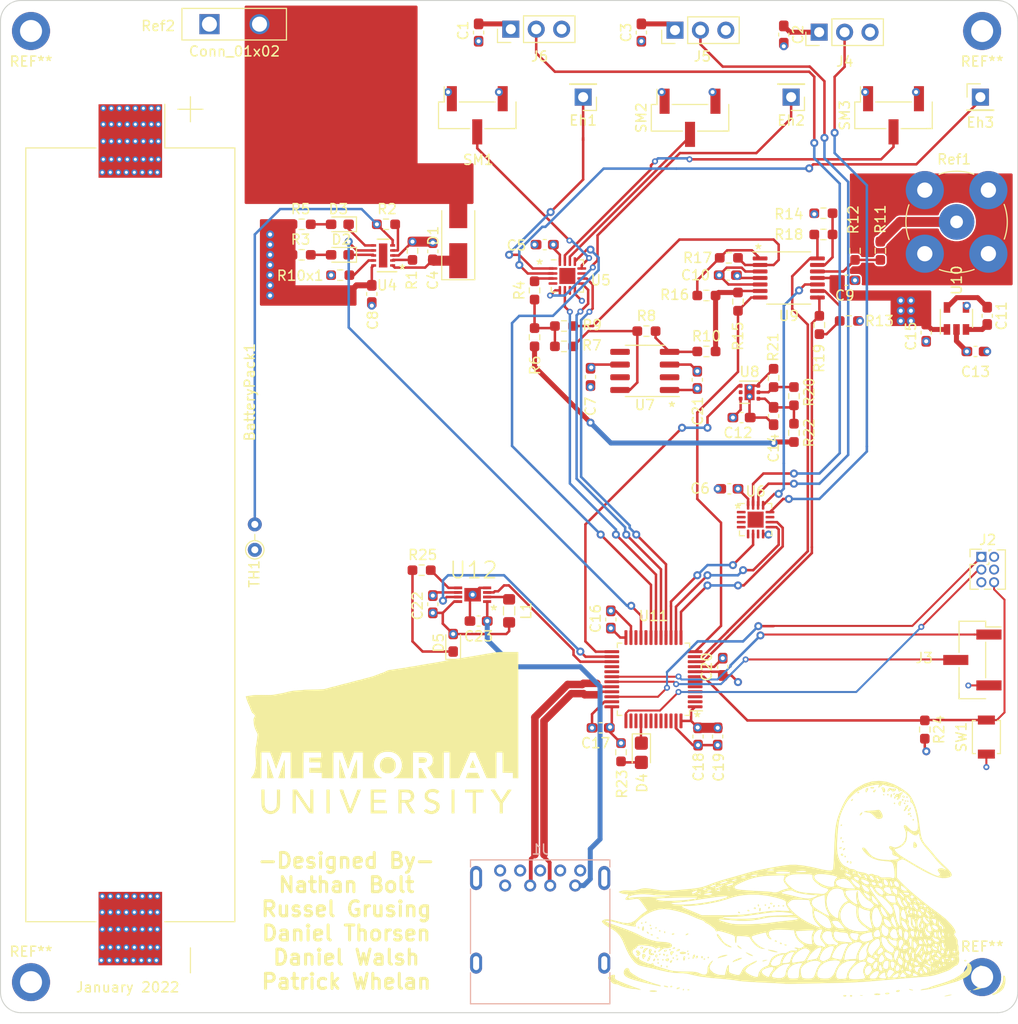
<source format=kicad_pcb>
(kicad_pcb (version 20171130) (host pcbnew "(5.1.10)-1")
  (layers (0 F.Cu signal) (1 GND signal hide) (2 Power signal hide) (31 B.Cu signal) (34 B.Paste user) (35 F.Paste user) (36 B.SilkS user) (37 F.SilkS user) (38 B.Mask user) (39 F.Mask user) (44 Edge.Cuts user))
  (net 0 "")
  (net 1 GND)
  (net 2 +3V3)
  (net 3 "Net-(C4-Pad1)")
  (net 4 -3V3)
  (net 5 "Net-(C14-Pad1)")
  (net 6 "Net-(D1-Pad2)")
  (net 7 "Net-(D2-Pad2)")
  (net 8 "Net-(D2-Pad1)")
  (net 9 "Net-(D3-Pad2)")
  (net 10 "Net-(D3-Pad1)")
  (net 11 "Net-(D4-Pad1)")
  (net 12 "Net-(Eh1-Pad1)")
  (net 13 "Net-(Eh2-Pad1)")
  (net 14 "Net-(Eh3-Pad1)")
  (net 15 /USB+)
  (net 16 /USB-)
  (net 17 +5V)
  (net 18 /RESET_L)
  (net 19 "Net-(J2-Pad4)")
  (net 20 /SWCLK)
  (net 21 /SWDIO)
  (net 22 USART1_TX)
  (net 23 USART1_RX)
  (net 24 "Net-(R1-Pad1)")
  (net 25 "Net-(R2-Pad2)")
  (net 26 "Net-(R2-Pad1)")
  (net 27 "Net-(R4-Pad2)")
  (net 28 "Net-(R4-Pad1)")
  (net 29 +1V0)
  (net 30 "Net-(R7-Pad1)")
  (net 31 "Net-(R10-Pad2)")
  (net 32 "Net-(R17-Pad2)")
  (net 33 "Net-(R10-Pad1)")
  (net 34 "Net-(R11-Pad2)")
  (net 35 "Net-(R11-Pad1)")
  (net 36 "Net-(R12-Pad2)")
  (net 37 "Net-(R13-Pad2)")
  (net 38 "Net-(R14-Pad1)")
  (net 39 Eh_Sense)
  (net 40 "Net-(R16-Pad1)")
  (net 41 Ref_Out)
  (net 42 Temp_Sense)
  (net 43 "Net-(R20-Pad2)")
  (net 44 "Net-(R10x1-Pad1)")
  (net 45 Charge_EN)
  (net 46 "Net-(SM3-Pad2)")
  (net 47 "Net-(SM2-Pad2)")
  (net 48 Moisture_Sense)
  (net 49 "Net-(SM1-Pad2)")
  (net 50 "Net-(U5-Pad11)")
  (net 51 MUX1_A1)
  (net 52 MUX1_A0)
  (net 53 "Net-(U5-Pad7)")
  (net 54 MUX1_EN)
  (net 55 "Net-(U5-Pad4)")
  (net 56 "Net-(U6-Pad13)")
  (net 57 "Net-(U6-Pad11)")
  (net 58 MUX2_A1)
  (net 59 MUX2_A0)
  (net 60 "Net-(U6-Pad7)")
  (net 61 MUX2_EN)
  (net 62 "Net-(U6-Pad5)")
  (net 63 "Net-(U6-Pad4)")
  (net 64 "Net-(U6-Pad3)")
  (net 65 "Net-(U6-Pad2)")
  (net 66 "Net-(U6-Pad1)")
  (net 67 "Net-(U8-Pad5)")
  (net 68 +1V0_EN)
  (net 69 "Net-(U11-Pad46)")
  (net 70 "Net-(U11-Pad45)")
  (net 71 "Net-(U11-Pad44)")
  (net 72 "Net-(U11-Pad43)")
  (net 73 "Net-(U11-Pad42)")
  (net 74 "Net-(U11-Pad41)")
  (net 75 "Net-(U11-Pad39)")
  (net 76 "Net-(U11-Pad38)")
  (net 77 "Net-(U11-Pad29)")
  (net 78 CP_SHDN_L)
  (net 79 "Net-(U11-Pad6)")
  (net 80 "Net-(U11-Pad5)")
  (net 81 "Net-(U11-Pad4)")
  (net 82 "Net-(U11-Pad3)")
  (net 83 "Net-(U11-Pad2)")
  (net 84 "Net-(D5-Pad1)")
  (net 85 "Net-(J4-Pad2)")
  (net 86 "Net-(J5-Pad2)")
  (net 87 "Net-(J6-Pad2)")
  (net 88 "Net-(L1-Pad2)")
  (net 89 "Net-(R25-Pad1)")
  (net 90 5V_SHDN_L)
  (net 91 5V_RST)
  (net 92 "Net-(D4-Pad2)")
  (net 93 "Net-(U11-Pad20)")
  (net 94 "Net-(C11-Pad2)")
  (net 95 "Net-(C11-Pad1)")
  (net 96 "Net-(U11-Pad28)")
  (module Capacitor_SMD:C_0603_1608Metric_Pad1.08x0.95mm_HandSolder (layer F.Cu) (at 163.068 51.4615 270)
    (fp_text reference C3 (at 0 1.524 90) (layer F.SilkS))
    (fp_text value 1uF)
    (pad 2 smd roundrect (at 0.8625 0 270) (size 1.075 0.95) (layers F.Cu F.Paste F.Mask) (net 1 GND))
    (pad 1 smd roundrect (at -0.8625 0 270) (size 1.075 0.95) (layers F.Cu F.Paste F.Mask) (net 2 +3V3))
  )
  (module Capacitor_SMD:C_0603_1608Metric_Pad1.08x0.95mm_HandSolder (layer F.Cu) (at 177.292 51.6625 270)
    (fp_text reference C2 (at 0 -1.43 90) (layer F.SilkS))
    (fp_text value 1uF)
    (pad 2 smd roundrect (at 0.8625 0 270) (size 1.075 0.95) (layers F.Cu F.Paste F.Mask) (net 1 GND))
    (pad 1 smd roundrect (at -0.8625 0 270) (size 1.075 0.95) (layers F.Cu F.Paste F.Mask) (net 2 +3V3))
  )
  (module Capacitor_SMD:C_0603_1608Metric_Pad1.08x0.95mm_HandSolder (layer F.Cu) (at 197.612 79.756 270)
    (fp_text reference C11 (at 0 -1.43 90) (layer F.SilkS))
    (fp_text value 10uF)
    (pad 2 smd roundrect (at 0.8625 0 270) (size 1.075 0.95) (layers F.Cu F.Paste F.Mask) (net 94 "Net-(C11-Pad2)"))
    (pad 1 smd roundrect (at -0.8625 0 270) (size 1.075 0.95) (layers F.Cu F.Paste F.Mask) (net 95 "Net-(C11-Pad1)"))
  )
  (module Package_TO_SOT_SMD:SOT-23-5 (layer F.Cu) (at 194.54 80.014 90)
    (fp_text reference U10 (at 3.814 0.024 90) (layer F.SilkS))
    (fp_text value LM828)
    (pad 5 smd rect (at 1.1 -0.95 90) (size 1.06 0.65) (layers F.Cu F.Paste F.Mask) (net 95 "Net-(C11-Pad1)"))
    (pad 4 smd rect (at 1.1 0.95 90) (size 1.06 0.65) (layers F.Cu F.Paste F.Mask) (net 1 GND))
    (pad 3 smd rect (at -1.1 0.95 90) (size 1.06 0.65) (layers F.Cu F.Paste F.Mask) (net 94 "Net-(C11-Pad2)"))
    (pad 2 smd rect (at -1.1 0 90) (size 1.06 0.65) (layers F.Cu F.Paste F.Mask) (net 2 +3V3))
    (pad 1 smd rect (at -1.1 -0.95 90) (size 1.06 0.65) (layers F.Cu F.Paste F.Mask) (net 4 -3V3))
  )
  (module Capacitor_SMD:C_0603_1608Metric_Pad1.08x0.95mm_HandSolder (layer F.Cu) (at 191.516 81.4335 270)
    (fp_text reference C15 (at 0.3545 1.524 90) (layer F.SilkS))
    (fp_text value 1uF)
    (pad 2 smd roundrect (at 0.8625 0 270) (size 1.075 0.95) (layers F.Cu F.Paste F.Mask) (net 1 GND))
    (pad 1 smd roundrect (at -0.8625 0 270) (size 1.075 0.95) (layers F.Cu F.Paste F.Mask) (net 4 -3V3))
  )
  (module Capacitor_SMD:C_0603_1608Metric_Pad1.08x0.95mm_HandSolder (layer F.Cu) (at 196.4425 83.312)
    (fp_text reference C13 (at 0 2.032) (layer F.SilkS))
    (fp_text value 1uF)
    (pad 2 smd roundrect (at 0.8625 0) (size 1.075 0.95) (layers F.Cu F.Paste F.Mask) (net 1 GND))
    (pad 1 smd roundrect (at -0.8625 0) (size 1.075 0.95) (layers F.Cu F.Paste F.Mask) (net 2 +3V3))
  )
  (module MountingHole:MountingHole_2.2mm_M2_DIN965_Pad (layer F.Cu) (at 197.104 51.308)
    (fp_text reference REF** (at 0 3.048) (layer F.SilkS))
    (fp_text value MountingHole_2.2mm_M2_DIN965_Pad)
    (pad 1 thru_hole circle (at 0 0) (size 3.8 3.8) (drill 2.2) (layers *.Cu *.Mask))
  )
  (module MountingHole:MountingHole_2.2mm_M2_DIN965_Pad (layer F.Cu) (at 197.104 145.796)
    (fp_text reference REF** (at 0 -3.048) (layer F.SilkS))
    (fp_text value MountingHole_2.2mm_M2_DIN965_Pad)
    (pad 1 thru_hole circle (at 0 0) (size 3.8 3.8) (drill 2.2) (layers *.Cu *.Mask))
  )
  (module MountingHole:MountingHole_2.2mm_M2_DIN965_Pad (layer F.Cu) (at 102.108 146.304)
    (fp_text reference REF** (at 0 -3.048) (layer F.SilkS))
    (fp_text value MountingHole_2.2mm_M2_DIN965_Pad)
    (pad 1 thru_hole circle (at 0 0) (size 3.8 3.8) (drill 2.2) (layers *.Cu *.Mask))
  )
  (module MountingHole:MountingHole_2.2mm_M2_DIN965_Pad (layer F.Cu) (at 102.108 51.308)
    (fp_text reference REF** (at 0 3.048) (layer F.SilkS))
    (fp_text value MountingHole_2.2mm_M2_DIN965_Pad)
    (pad 1 thru_hole circle (at 0 0) (size 3.8 3.8) (drill 2.2) (layers *.Cu *.Mask))
  )
  (module Capacitor_SMD:C_0603_1608Metric_Pad1.08x0.95mm_HandSolder (layer F.Cu) (at 171.196 114.808 270)
    (fp_text reference C20 (at 0 1.6 90) (layer F.SilkS))
    (fp_text value 0.1uF)
    (pad 2 smd roundrect (at 0.8625 0 270) (size 1.075 0.95) (layers F.Cu F.Paste F.Mask) (net 1 GND))
    (pad 1 smd roundrect (at -0.8625 0 270) (size 1.075 0.95) (layers F.Cu F.Paste F.Mask) (net 2 +3V3))
  )
  (module hardware:mallardImage (layer F.Cu) (at 178.816 136.652)
    (fp_text reference G*** hide)
    (fp_text value LOGO hide)
  )
  (module hardware:munLogo (layer F.Cu) (at 137.16 121.412)
    (fp_text reference G*** hide)
    (fp_text value LOGO hide)
  )
  (module LED_SMD:LED_0603_1608Metric_Pad1.05x0.95mm_HandSolder (layer F.Cu) (at 144.272 112.409 90)
    (fp_text reference D5 (at 0 -1.45 90) (layer F.SilkS))
    (fp_text value RED)
    (pad 2 smd roundrect (at 0.875 0 90) (size 1.05 0.95) (layers F.Cu F.Paste F.Mask) (net 2 +3V3))
    (pad 1 smd roundrect (at -0.875 0 90) (size 1.05 0.95) (layers F.Cu F.Paste F.Mask) (net 84 "Net-(D5-Pad1)"))
  )
  (module Diode_SMD:D_0805_2012Metric_Castellated (layer F.Cu) (at 163.068 123.3905 270)
    (fp_text reference D4 (at 3.025 -0.075 90) (layer F.SilkS))
    (fp_text value LED)
    (pad 2 smd roundrect (at 0.9625 0 270) (size 1.325 1.3) (layers F.Cu F.Paste F.Mask) (roundrect_rratio 0.192308) (net 92 "Net-(D4-Pad2)"))
    (pad 1 smd roundrect (at -0.9625 0 270) (size 1.325 1.3) (layers F.Cu F.Paste F.Mask) (roundrect_rratio 0.192308) (net 11 "Net-(D4-Pad1)"))
  )
  (module Resistor_SMD:R_0603_1608Metric_Pad0.98x0.95mm_HandSolder (layer F.Cu) (at 152.4 81.8915 270)
    (fp_text reference R6 (at 2.8 -0.05 90) (layer F.SilkS))
    (fp_text value 10k)
    (pad 2 smd roundrect (at 0.9125 0 270) (size 0.975 0.95) (layers F.Cu F.Paste F.Mask) (net 29 +1V0))
    (pad 1 smd roundrect (at -0.9125 0 270) (size 0.975 0.95) (layers F.Cu F.Paste F.Mask) (net 28 "Net-(R4-Pad1)"))
  )
  (module Resistor_SMD:R_0603_1608Metric_Pad0.98x0.95mm_HandSolder (layer F.Cu) (at 169.5685 77.724)
    (fp_text reference R16 (at -3.175 -0.075) (layer F.SilkS))
    (fp_text value "20k DNI")
    (pad 2 smd roundrect (at 0.9125 0) (size 0.975 0.95) (layers F.Cu F.Paste F.Mask) (net 33 "Net-(R10-Pad1)"))
    (pad 1 smd roundrect (at -0.9125 0) (size 0.975 0.95) (layers F.Cu F.Paste F.Mask) (net 40 "Net-(R16-Pad1)"))
  )
  (module Resistor_SMD:R_0603_1608Metric_Pad0.98x0.95mm_HandSolder (layer F.Cu) (at 180.848 80.6685 270)
    (fp_text reference R19 (at 3.325 0.025 90) (layer F.SilkS))
    (fp_text value 20k)
    (pad 2 smd roundrect (at 0.9125 0 270) (size 0.975 0.95) (layers F.Cu F.Paste F.Mask) (net 37 "Net-(R13-Pad2)"))
    (pad 1 smd roundrect (at -0.9125 0 270) (size 0.975 0.95) (layers F.Cu F.Paste F.Mask) (net 42 Temp_Sense))
  )
  (module Resistor_SMD:R_0603_1608Metric_Pad0.98x0.95mm_HandSolder (layer F.Cu) (at 191.378 121.074 270)
    (fp_text reference R24 (at 0 -1.43 90) (layer F.SilkS))
    (fp_text value 10k)
    (pad 2 smd roundrect (at 0.9125 0 270) (size 0.975 0.95) (layers F.Cu F.Paste F.Mask) (net 2 +3V3))
    (pad 1 smd roundrect (at -0.9125 0 270) (size 0.975 0.95) (layers F.Cu F.Paste F.Mask) (net 18 /RESET_L))
  )
  (module Resistor_SMD:R_0603_1608Metric_Pad0.98x0.95mm_HandSolder (layer F.Cu) (at 161.036 123.3405 270)
    (fp_text reference R23 (at 3.175 -0.1 90) (layer F.SilkS))
    (fp_text value 680)
    (pad 2 smd roundrect (at 0.9125 0 270) (size 0.975 0.95) (layers F.Cu F.Paste F.Mask) (net 92 "Net-(D4-Pad2)"))
    (pad 1 smd roundrect (at -0.9125 0 270) (size 0.975 0.95) (layers F.Cu F.Paste F.Mask) (net 2 +3V3))
  )
  (module Resistor_SMD:R_0603_1608Metric_Pad0.98x0.95mm_HandSolder (layer F.Cu) (at 181.2525 71.628)
    (fp_text reference R18 (at -3.4525 0) (layer F.SilkS))
    (fp_text value 9.1k)
    (pad 2 smd roundrect (at 0.9125 0) (size 0.975 0.95) (layers F.Cu F.Paste F.Mask) (net 38 "Net-(R14-Pad1)"))
    (pad 1 smd roundrect (at -0.9125 0) (size 0.975 0.95) (layers F.Cu F.Paste F.Mask) (net 41 Ref_Out))
  )
  (module Resistor_SMD:R_0603_1608Metric_Pad0.98x0.95mm_HandSolder (layer F.Cu) (at 171.8075 73.961)
    (fp_text reference R17 (at -3.125 0) (layer F.SilkS))
    (fp_text value 10k)
    (pad 2 smd roundrect (at 0.9125 0) (size 0.975 0.95) (layers F.Cu F.Paste F.Mask) (net 32 "Net-(R17-Pad2)"))
    (pad 1 smd roundrect (at -0.9125 0) (size 0.975 0.95) (layers F.Cu F.Paste F.Mask) (net 40 "Net-(R16-Pad1)"))
  )
  (module Resistor_SMD:R_0603_1608Metric_Pad0.98x0.95mm_HandSolder (layer F.Cu) (at 172.72 78.3355 90)
    (fp_text reference R15 (at -3.4525 0 90) (layer F.SilkS))
    (fp_text value 30k)
    (pad 2 smd roundrect (at 0.9125 0 90) (size 0.975 0.95) (layers F.Cu F.Paste F.Mask) (net 33 "Net-(R10-Pad1)"))
    (pad 1 smd roundrect (at -0.9125 0 90) (size 0.975 0.95) (layers F.Cu F.Paste F.Mask) (net 39 Eh_Sense))
  )
  (module Resistor_SMD:R_0603_1608Metric_Pad0.98x0.95mm_HandSolder (layer F.Cu) (at 181.2525 69.5065 180)
    (fp_text reference R14 (at 3.4525 -0.0895) (layer F.SilkS))
    (fp_text value 1k)
    (pad 2 smd roundrect (at 0.9125 0 180) (size 0.975 0.95) (layers F.Cu F.Paste F.Mask) (net 1 GND))
    (pad 1 smd roundrect (at -0.9125 0 180) (size 0.975 0.95) (layers F.Cu F.Paste F.Mask) (net 38 "Net-(R14-Pad1)"))
  )
  (module Resistor_SMD:R_0603_1608Metric_Pad0.98x0.95mm_HandSolder (layer F.Cu) (at 183.7925 80.264 180)
    (fp_text reference R13 (at -3.048 0) (layer F.SilkS))
    (fp_text value 10k)
    (pad 2 smd roundrect (at 0.9125 0 180) (size 0.975 0.95) (layers F.Cu F.Paste F.Mask) (net 37 "Net-(R13-Pad2)"))
    (pad 1 smd roundrect (at -0.9125 0 180) (size 0.975 0.95) (layers F.Cu F.Paste F.Mask) (net 1 GND))
  )
  (module Resistor_SMD:R_0603_1608Metric_Pad0.98x0.95mm_HandSolder (layer F.Cu) (at 169.5685 83.312 180)
    (fp_text reference R10 (at 0 1.524) (layer F.SilkS))
    (fp_text value 20k)
    (pad 2 smd roundrect (at 0.9125 0 180) (size 0.975 0.95) (layers F.Cu F.Paste F.Mask) (net 31 "Net-(R10-Pad2)"))
    (pad 1 smd roundrect (at -0.9125 0 180) (size 0.975 0.95) (layers F.Cu F.Paste F.Mask) (net 33 "Net-(R10-Pad1)"))
  )
  (module Resistor_SMD:R_0603_1608Metric_Pad0.98x0.95mm_HandSolder (layer F.Cu) (at 163.576 81.28 180)
    (fp_text reference R8 (at 0 1.524) (layer F.SilkS))
    (fp_text value 10k)
    (pad 2 smd roundrect (at 0.9125 0 180) (size 0.975 0.95) (layers F.Cu F.Paste F.Mask) (net 30 "Net-(R7-Pad1)"))
    (pad 1 smd roundrect (at -0.9125 0 180) (size 0.975 0.95) (layers F.Cu F.Paste F.Mask) (net 31 "Net-(R10-Pad2)"))
  )
  (module Resistor_SMD:R_0603_1608Metric_Pad0.98x0.95mm_HandSolder (layer F.Cu) (at 152.4 77.216 90)
    (fp_text reference R4 (at 0 -1.524 90) (layer F.SilkS))
    (fp_text value 10k)
    (pad 2 smd roundrect (at 0.9125 0 90) (size 0.975 0.95) (layers F.Cu F.Paste F.Mask) (net 27 "Net-(R4-Pad2)"))
    (pad 1 smd roundrect (at -0.9125 0 90) (size 0.975 0.95) (layers F.Cu F.Paste F.Mask) (net 28 "Net-(R4-Pad1)"))
  )
  (module Capacitor_SMD:C_0603_1608Metric_Pad1.08x0.95mm_HandSolder (layer F.Cu) (at 183.5415 76.2)
    (fp_text reference C9 (at -0.1535 1.524 180) (layer F.SilkS))
    (fp_text value 1uF)
    (pad 2 smd roundrect (at 0.8625 0) (size 1.075 0.95) (layers F.Cu F.Paste F.Mask) (net 1 GND))
    (pad 1 smd roundrect (at -0.8625 0) (size 1.075 0.95) (layers F.Cu F.Paste F.Mask) (net 4 -3V3))
  )
  (module Capacitor_SMD:C_0603_1608Metric_Pad1.08x0.95mm_HandSolder (layer F.Cu) (at 160.02 110.0825 90)
    (fp_text reference C16 (at 0.1 -1.524 90) (layer F.SilkS))
    (fp_text value 0.1uF)
    (pad 2 smd roundrect (at 0.8625 0 90) (size 1.075 0.95) (layers F.Cu F.Paste F.Mask) (net 1 GND))
    (pad 1 smd roundrect (at -0.8625 0 90) (size 1.075 0.95) (layers F.Cu F.Paste F.Mask) (net 2 +3V3))
  )
  (module Connector_PinHeader_2.54mm:PinHeader_1x03_P2.54mm_Vertical (layer F.Cu) (at 166.428 51.224 90)
    (fp_text reference J5 (at -2.624 2.736 180) (layer F.SilkS))
    (fp_text value Conn_01x03)
    (pad 3 thru_hole oval (at 0 5.08 90) (size 1.7 1.7) (drill 1) (layers *.Cu *.Mask) (net 1 GND))
    (pad 2 thru_hole oval (at 0 2.54 90) (size 1.7 1.7) (drill 1) (layers *.Cu *.Mask) (net 86 "Net-(J5-Pad2)"))
    (pad 1 thru_hole rect (at 0 0 90) (size 1.7 1.7) (drill 1) (layers *.Cu *.Mask) (net 2 +3V3))
  )
  (module mallard:DFN200X300X80-9N (layer F.Cu) (at 146.216 107.608 180)
    (fp_text reference U12 (at -0.088 2.452) (layer F.SilkS) (effects (font (size 1.64 1.64))))
    (fp_text value LTC3529EDCB)
    (pad 1 smd rect (at -1.4478 -0.6858 180) (size 0.8128 0.2794) (layers F.Cu F.Paste F.Mask) (net 17 +5V))
    (pad 2 smd rect (at -1.4478 -0.2286 180) (size 0.8128 0.2794) (layers F.Cu F.Paste F.Mask) (net 88 "Net-(L1-Pad2)"))
    (pad 3 smd rect (at -1.4478 0.2286 180) (size 0.8128 0.2794) (layers F.Cu F.Paste F.Mask) (net 90 5V_SHDN_L))
    (pad 4 smd rect (at -1.4478 0.6858 180) (size 0.8128 0.2794) (layers F.Cu F.Paste F.Mask) (net 1 GND))
    (pad 5 smd rect (at 1.4478 0.6858 180) (size 0.8128 0.2794) (layers F.Cu F.Paste F.Mask) (net 89 "Net-(R25-Pad1)"))
    (pad 6 smd rect (at 1.4478 0.2286 180) (size 0.8128 0.2794) (layers F.Cu F.Paste F.Mask) (net 1 GND))
    (pad 7 smd rect (at 1.4478 -0.2286 180) (size 0.8128 0.2794) (layers F.Cu F.Paste F.Mask) (net 91 5V_RST))
    (pad 8 smd rect (at 1.4478 -0.6858 180) (size 0.8128 0.2794) (layers F.Cu F.Paste F.Mask) (net 2 +3V3))
    (pad 9 smd rect (at 0 0 180) (size 1.651 1.3462) (layers F.Cu F.Paste F.Mask) (net 1 GND))
  )
  (module Resistor_SMD:R_0603_1608Metric_Pad0.98x0.95mm_HandSolder (layer F.Cu) (at 141.1205 105.156 180)
    (fp_text reference R25 (at -0.1035 1.524) (layer F.SilkS))
    (fp_text value 370)
    (pad 2 smd roundrect (at 0.9125 0 180) (size 0.975 0.95) (layers F.Cu F.Paste F.Mask) (net 84 "Net-(D5-Pad1)"))
    (pad 1 smd roundrect (at -0.9125 0 180) (size 0.975 0.95) (layers F.Cu F.Paste F.Mask) (net 89 "Net-(R25-Pad1)"))
  )
  (module Inductor_SMD:L_0805_2012Metric_Pad1.05x1.20mm_HandSolder (layer F.Cu) (at 149.86 109.22 90)
    (fp_text reference L1 (at 0 1.7 90) (layer F.SilkS))
    (fp_text value 4.7uH)
    (pad 2 smd roundrect (at 1.15 0 90) (size 1.05 1.2) (layers F.Cu F.Paste F.Mask) (roundrect_rratio 0.238095) (net 88 "Net-(L1-Pad2)"))
    (pad 1 smd roundrect (at -1.15 0 90) (size 1.05 1.2) (layers F.Cu F.Paste F.Mask) (roundrect_rratio 0.238095) (net 2 +3V3))
  )
  (module Connector_PinHeader_2.54mm:PinHeader_1x03_P2.54mm_Vertical (layer F.Cu) (at 150.028 51.124 90)
    (fp_text reference J6 (at -2.724 2.88 180) (layer F.SilkS))
    (fp_text value Conn_01x03)
    (pad 3 thru_hole oval (at 0 5.08 90) (size 1.7 1.7) (drill 1) (layers *.Cu *.Mask) (net 1 GND))
    (pad 2 thru_hole oval (at 0 2.54 90) (size 1.7 1.7) (drill 1) (layers *.Cu *.Mask) (net 87 "Net-(J6-Pad2)"))
    (pad 1 thru_hole rect (at 0 0 90) (size 1.7 1.7) (drill 1) (layers *.Cu *.Mask) (net 2 +3V3))
  )
  (module Connector_PinHeader_2.54mm:PinHeader_1x03_P2.54mm_Vertical (layer F.Cu) (at 180.828 51.424 90)
    (fp_text reference J4 (at -2.932 2.56 180) (layer F.SilkS))
    (fp_text value Conn_01x03)
    (pad 3 thru_hole oval (at 0 5.08 90) (size 1.7 1.7) (drill 1) (layers *.Cu *.Mask) (net 1 GND))
    (pad 2 thru_hole oval (at 0 2.54 90) (size 1.7 1.7) (drill 1) (layers *.Cu *.Mask) (net 85 "Net-(J4-Pad2)"))
    (pad 1 thru_hole rect (at 0 0 90) (size 1.7 1.7) (drill 1) (layers *.Cu *.Mask) (net 2 +3V3))
  )
  (module Capacitor_SMD:C_0603_1608Metric_Pad1.08x0.95mm_HandSolder (layer F.Cu) (at 146.812 110.236 180)
    (fp_text reference C23 (at 0 -1.524) (layer F.SilkS))
    (fp_text value 10uF)
    (pad 2 smd roundrect (at 0.8625 0 180) (size 1.075 0.95) (layers F.Cu F.Paste F.Mask) (net 1 GND))
    (pad 1 smd roundrect (at -0.8625 0 180) (size 1.075 0.95) (layers F.Cu F.Paste F.Mask) (net 17 +5V))
  )
  (module Capacitor_SMD:C_0603_1608Metric_Pad1.08x0.95mm_HandSolder (layer F.Cu) (at 142.24 108.5585 90)
    (fp_text reference C22 (at -0.1535 -1.524 90) (layer F.SilkS))
    (fp_text value 3.3uF)
    (pad 2 smd roundrect (at 0.8625 0 90) (size 1.075 0.95) (layers F.Cu F.Paste F.Mask) (net 1 GND))
    (pad 1 smd roundrect (at -0.8625 0 90) (size 1.075 0.95) (layers F.Cu F.Paste F.Mask) (net 2 +3V3))
  )
  (module mallard:mallardScrewTerm. (layer F.Cu) (at 119.928 50.624)
    (fp_text reference Ref2 (at -5.12 0.176) (layer F.SilkS))
    (fp_text value Conn_01x02 (at 2.5 2.716) (layer F.SilkS))
    (fp_text user * (at 0 0) (layer F.SilkS))
    (pad 1 thru_hole rect (at -0.000001 0) (size 2.0066 2.0066) (drill 1.4986) (layers *.Cu *.Mask) (net 1 GND))
    (pad 2 thru_hole circle (at 5.000001 0) (size 2.0066 2.0066) (drill 1.4986) (layers *.Cu *.Mask) (net 6 "Net-(D1-Pad2)"))
  )
  (module Capacitor_SMD:C_0603_1608Metric_Pad1.08x0.95mm_HandSolder (layer F.Cu) (at 168.656 86.146 270)
    (fp_text reference C21 (at 3.125 -0.05 90) (layer F.SilkS))
    (fp_text value 1uF)
    (pad 2 smd roundrect (at 0.8625 0 270) (size 1.075 0.95) (layers F.Cu F.Paste F.Mask) (net 1 GND))
    (pad 1 smd roundrect (at -0.8625 0 270) (size 1.075 0.95) (layers F.Cu F.Paste F.Mask) (net 4 -3V3))
  )
  (module Connector_PinHeader_2.54mm:PinHeader_1x03_P2.54mm_Vertical_SMD_Pin1Right (layer F.Cu) (at 188.253 59.724 90)
    (fp_text reference SM3 (at 0 -4.87 90) (layer F.SilkS))
    (fp_text value Conn_01x03)
    (pad 3 smd rect (at 1.655 2.54 90) (size 2.51 1) (layers F.Cu F.Paste F.Mask) (net 1 GND))
    (pad 1 smd rect (at 1.655 -2.54 90) (size 2.51 1) (layers F.Cu F.Paste F.Mask) (net 2 +3V3))
    (pad 2 smd rect (at -1.655 0 90) (size 2.51 1) (layers F.Cu F.Paste F.Mask) (net 46 "Net-(SM3-Pad2)"))
  )
  (module Connector_PinHeader_2.54mm:PinHeader_1x03_P2.54mm_Vertical_SMD_Pin1Right (layer F.Cu) (at 167.928 59.974 90)
    (fp_text reference SM2 (at 0 -4.87 90) (layer F.SilkS))
    (fp_text value Conn_01x03)
    (pad 3 smd rect (at 1.655 2.54 90) (size 2.51 1) (layers F.Cu F.Paste F.Mask) (net 1 GND))
    (pad 1 smd rect (at 1.655 -2.54 90) (size 2.51 1) (layers F.Cu F.Paste F.Mask) (net 2 +3V3))
    (pad 2 smd rect (at -1.655 0 90) (size 2.51 1) (layers F.Cu F.Paste F.Mask) (net 47 "Net-(SM2-Pad2)"))
  )
  (module Connector_PinHeader_2.54mm:PinHeader_1x03_P2.54mm_Vertical_SMD_Pin1Right (layer F.Cu) (at 146.678 59.724 90)
    (fp_text reference SM1 (at -4.45 0.1 180) (layer F.SilkS))
    (fp_text value Conn_01x03)
    (pad 3 smd rect (at 1.655 2.54 90) (size 2.51 1) (layers F.Cu F.Paste F.Mask) (net 1 GND))
    (pad 1 smd rect (at 1.655 -2.54 90) (size 2.51 1) (layers F.Cu F.Paste F.Mask) (net 2 +3V3))
    (pad 2 smd rect (at -1.655 0 90) (size 2.51 1) (layers F.Cu F.Paste F.Mask) (net 49 "Net-(SM1-Pad2)"))
  )
  (module Battery:BatteryHolder_Keystone_1042_1x18650 (layer F.Cu) (at 112.028 101.624 270)
    (fp_text reference BatteryPack1 (at -14.248 -11.924 90) (layer F.SilkS))
    (fp_text value 3.7V)
    (pad "" np_thru_hole circle (at -35.93 -8 270) (size 2.39 2.39) (drill 2.39) (layers *.Cu *.Mask))
    (pad "" np_thru_hole circle (at -27.6 8 270) (size 3.45 3.45) (drill 3.45) (layers *.Cu *.Mask))
    (pad "" np_thru_hole circle (at 27.6 -8 270) (size 3.45 3.45) (drill 3.45) (layers *.Cu *.Mask))
    (pad 2 smd rect (at 39.33 0 270) (size 7.34 6.35) (layers F.Cu F.Paste F.Mask) (net 1 GND))
    (pad 1 smd rect (at -39.33 0 270) (size 7.34 6.35) (layers F.Cu F.Paste F.Mask) (net 2 +3V3))
  )
  (module Package_QFP:LQFP-48_7x7mm_P0.5mm (layer F.Cu) (at 164.278 116.049 180)
    (fp_text reference U11 (at 0 6.321) (layer F.SilkS))
    (fp_text value STM32L4Q5xx)
    (pad 48 smd roundrect (at -2.75 -4.1625 180) (size 0.3 1.475) (layers F.Cu F.Paste F.Mask) (net 2 +3V3))
    (pad 47 smd roundrect (at -2.25 -4.1625 180) (size 0.3 1.475) (layers F.Cu F.Paste F.Mask) (net 1 GND))
    (pad 46 smd roundrect (at -1.75 -4.1625 180) (size 0.3 1.475) (layers F.Cu F.Paste F.Mask) (net 69 "Net-(U11-Pad46)"))
    (pad 45 smd roundrect (at -1.25 -4.1625 180) (size 0.3 1.475) (layers F.Cu F.Paste F.Mask) (net 70 "Net-(U11-Pad45)"))
    (pad 44 smd roundrect (at -0.75 -4.1625 180) (size 0.3 1.475) (layers F.Cu F.Paste F.Mask) (net 71 "Net-(U11-Pad44)"))
    (pad 43 smd roundrect (at -0.25 -4.1625 180) (size 0.3 1.475) (layers F.Cu F.Paste F.Mask) (net 72 "Net-(U11-Pad43)"))
    (pad 42 smd roundrect (at 0.25 -4.1625 180) (size 0.3 1.475) (layers F.Cu F.Paste F.Mask) (net 73 "Net-(U11-Pad42)"))
    (pad 41 smd roundrect (at 0.75 -4.1625 180) (size 0.3 1.475) (layers F.Cu F.Paste F.Mask) (net 74 "Net-(U11-Pad41)"))
    (pad 40 smd roundrect (at 1.25 -4.1625 180) (size 0.3 1.475) (layers F.Cu F.Paste F.Mask) (net 11 "Net-(D4-Pad1)"))
    (pad 39 smd roundrect (at 1.75 -4.1625 180) (size 0.3 1.475) (layers F.Cu F.Paste F.Mask) (net 75 "Net-(U11-Pad39)"))
    (pad 38 smd roundrect (at 2.25 -4.1625 180) (size 0.3 1.475) (layers F.Cu F.Paste F.Mask) (net 76 "Net-(U11-Pad38)"))
    (pad 37 smd roundrect (at 2.75 -4.1625 180) (size 0.3 1.475) (layers F.Cu F.Paste F.Mask) (net 20 /SWCLK))
    (pad 36 smd roundrect (at 4.1625 -2.75 180) (size 1.475 0.3) (layers F.Cu F.Paste F.Mask) (net 2 +3V3))
    (pad 35 smd roundrect (at 4.1625 -2.25 180) (size 1.475 0.3) (layers F.Cu F.Paste F.Mask) (net 1 GND))
    (pad 34 smd roundrect (at 4.1625 -1.75 180) (size 1.475 0.3) (layers F.Cu F.Paste F.Mask) (net 21 /SWDIO))
    (pad 33 smd roundrect (at 4.1625 -1.25 180) (size 1.475 0.3) (layers F.Cu F.Paste F.Mask) (net 16 /USB-))
    (pad 32 smd roundrect (at 4.1625 -0.75 180) (size 1.475 0.3) (layers F.Cu F.Paste F.Mask) (net 15 /USB+))
    (pad 31 smd roundrect (at 4.1625 -0.25 180) (size 1.475 0.3) (layers F.Cu F.Paste F.Mask) (net 23 USART1_RX))
    (pad 30 smd roundrect (at 4.1625 0.25 180) (size 1.475 0.3) (layers F.Cu F.Paste F.Mask) (net 22 USART1_TX))
    (pad 29 smd roundrect (at 4.1625 0.75 180) (size 1.475 0.3) (layers F.Cu F.Paste F.Mask) (net 77 "Net-(U11-Pad29)"))
    (pad 28 smd roundrect (at 4.1625 1.25 180) (size 1.475 0.3) (layers F.Cu F.Paste F.Mask) (net 96 "Net-(U11-Pad28)"))
    (pad 27 smd roundrect (at 4.1625 1.75 180) (size 1.475 0.3) (layers F.Cu F.Paste F.Mask) (net 90 5V_SHDN_L))
    (pad 26 smd roundrect (at 4.1625 2.25 180) (size 1.475 0.3) (layers F.Cu F.Paste F.Mask) (net 91 5V_RST))
    (pad 25 smd roundrect (at 4.1625 2.75 180) (size 1.475 0.3) (layers F.Cu F.Paste F.Mask) (net 68 +1V0_EN))
    (pad 24 smd roundrect (at 2.75 4.1625 180) (size 0.3 1.475) (layers F.Cu F.Paste F.Mask) (net 2 +3V3))
    (pad 23 smd roundrect (at 2.25 4.1625 180) (size 0.3 1.475) (layers F.Cu F.Paste F.Mask) (net 1 GND))
    (pad 22 smd roundrect (at 1.75 4.1625 180) (size 0.3 1.475) (layers F.Cu F.Paste F.Mask) (net 78 CP_SHDN_L))
    (pad 21 smd roundrect (at 1.25 4.1625 180) (size 0.3 1.475) (layers F.Cu F.Paste F.Mask) (net 45 Charge_EN))
    (pad 20 smd roundrect (at 0.75 4.1625 180) (size 0.3 1.475) (layers F.Cu F.Paste F.Mask) (net 93 "Net-(U11-Pad20)"))
    (pad 19 smd roundrect (at 0.25 4.1625 180) (size 0.3 1.475) (layers F.Cu F.Paste F.Mask) (net 48 Moisture_Sense))
    (pad 18 smd roundrect (at -0.25 4.1625 180) (size 0.3 1.475) (layers F.Cu F.Paste F.Mask) (net 54 MUX1_EN))
    (pad 17 smd roundrect (at -0.75 4.1625 180) (size 0.3 1.475) (layers F.Cu F.Paste F.Mask) (net 52 MUX1_A0))
    (pad 16 smd roundrect (at -1.25 4.1625 180) (size 0.3 1.475) (layers F.Cu F.Paste F.Mask) (net 51 MUX1_A1))
    (pad 15 smd roundrect (at -1.75 4.1625 180) (size 0.3 1.475) (layers F.Cu F.Paste F.Mask) (net 61 MUX2_EN))
    (pad 14 smd roundrect (at -2.25 4.1625 180) (size 0.3 1.475) (layers F.Cu F.Paste F.Mask) (net 59 MUX2_A0))
    (pad 13 smd roundrect (at -2.75 4.1625 180) (size 0.3 1.475) (layers F.Cu F.Paste F.Mask) (net 58 MUX2_A1))
    (pad 12 smd roundrect (at -4.1625 2.75 180) (size 1.475 0.3) (layers F.Cu F.Paste F.Mask) (net 39 Eh_Sense))
    (pad 11 smd roundrect (at -4.1625 2.25 180) (size 1.475 0.3) (layers F.Cu F.Paste F.Mask) (net 41 Ref_Out))
    (pad 10 smd roundrect (at -4.1625 1.75 180) (size 1.475 0.3) (layers F.Cu F.Paste F.Mask) (net 42 Temp_Sense))
    (pad 9 smd roundrect (at -4.1625 1.25 180) (size 1.475 0.3) (layers F.Cu F.Paste F.Mask) (net 2 +3V3))
    (pad 8 smd roundrect (at -4.1625 0.75 180) (size 1.475 0.3) (layers F.Cu F.Paste F.Mask) (net 1 GND))
    (pad 7 smd roundrect (at -4.1625 0.25 180) (size 1.475 0.3) (layers F.Cu F.Paste F.Mask) (net 18 /RESET_L))
    (pad 6 smd roundrect (at -4.1625 -0.25 180) (size 1.475 0.3) (layers F.Cu F.Paste F.Mask) (net 79 "Net-(U11-Pad6)"))
    (pad 5 smd roundrect (at -4.1625 -0.75 180) (size 1.475 0.3) (layers F.Cu F.Paste F.Mask) (net 80 "Net-(U11-Pad5)"))
    (pad 4 smd roundrect (at -4.1625 -1.25 180) (size 1.475 0.3) (layers F.Cu F.Paste F.Mask) (net 81 "Net-(U11-Pad4)"))
    (pad 3 smd roundrect (at -4.1625 -1.75 180) (size 1.475 0.3) (layers F.Cu F.Paste F.Mask) (net 82 "Net-(U11-Pad3)"))
    (pad 2 smd roundrect (at -4.1625 -2.25 180) (size 1.475 0.3) (layers F.Cu F.Paste F.Mask) (net 83 "Net-(U11-Pad2)"))
    (pad 1 smd roundrect (at -4.1625 -2.75 180) (size 1.475 0.3) (layers F.Cu F.Paste F.Mask) (net 2 +3V3))
  )
  (module Package_SO:TSSOP-14_4.4x5mm_P0.65mm (layer F.Cu) (at 177.79 75.973)
    (fp_text reference U9 (at 0.01 3.783) (layer F.SilkS))
    (fp_text value LMV554)
    (pad 14 smd roundrect (at 2.8625 -1.95) (size 1.475 0.4) (layers F.Cu F.Paste F.Mask) (net 41 Ref_Out))
    (pad 13 smd roundrect (at 2.8625 -1.3) (size 1.475 0.4) (layers F.Cu F.Paste F.Mask) (net 38 "Net-(R14-Pad1)"))
    (pad 12 smd roundrect (at 2.8625 -0.65) (size 1.475 0.4) (layers F.Cu F.Paste F.Mask) (net 35 "Net-(R11-Pad1)"))
    (pad 11 smd roundrect (at 2.8625 0) (size 1.475 0.4) (layers F.Cu F.Paste F.Mask) (net 4 -3V3))
    (pad 10 smd roundrect (at 2.8625 0.65) (size 1.475 0.4) (layers F.Cu F.Paste F.Mask) (net 56 "Net-(U6-Pad13)"))
    (pad 9 smd roundrect (at 2.8625 1.3) (size 1.475 0.4) (layers F.Cu F.Paste F.Mask) (net 37 "Net-(R13-Pad2)"))
    (pad 8 smd roundrect (at 2.8625 1.95) (size 1.475 0.4) (layers F.Cu F.Paste F.Mask) (net 42 Temp_Sense))
    (pad 7 smd roundrect (at -2.8625 1.95) (size 1.475 0.4) (layers F.Cu F.Paste F.Mask) (net 39 Eh_Sense))
    (pad 6 smd roundrect (at -2.8625 1.3) (size 1.475 0.4) (layers F.Cu F.Paste F.Mask) (net 33 "Net-(R10-Pad1)"))
    (pad 5 smd roundrect (at -2.8625 0.65) (size 1.475 0.4) (layers F.Cu F.Paste F.Mask) (net 1 GND))
    (pad 4 smd roundrect (at -2.8625 0) (size 1.475 0.4) (layers F.Cu F.Paste F.Mask) (net 2 +3V3))
    (pad 3 smd roundrect (at -2.8625 -0.65) (size 1.475 0.4) (layers F.Cu F.Paste F.Mask) (net 1 GND))
    (pad 2 smd roundrect (at -2.8625 -1.3) (size 1.475 0.4) (layers F.Cu F.Paste F.Mask) (net 32 "Net-(R17-Pad2)"))
    (pad 1 smd roundrect (at -2.8625 -1.95) (size 1.475 0.4) (layers F.Cu F.Paste F.Mask) (net 40 "Net-(R16-Pad1)"))
  )
  (module Package_SON:WSON-6-1EP_2x2mm_P0.65mm_EP1x1.6mm (layer F.Cu) (at 173.872 87.383 180)
    (fp_text reference U8 (at 0 2.039) (layer F.SilkS))
    (fp_text value TPS71710DRVR)
    (pad 7 smd rect (at 0 0 180) (size 1 1.6) (layers F.Cu F.Mask) (net 1 GND))
    (pad 6 smd roundrect (at 0.8875 -0.65 180) (size 0.375 0.4) (layers F.Cu F.Paste F.Mask) (net 2 +3V3))
    (pad 5 smd roundrect (at 0.8875 0 180) (size 0.375 0.4) (layers F.Cu F.Paste F.Mask) (net 67 "Net-(U8-Pad5)"))
    (pad 4 smd roundrect (at 0.8875 0.65 180) (size 0.375 0.4) (layers F.Cu F.Paste F.Mask) (net 68 +1V0_EN))
    (pad 3 smd roundrect (at -0.8875 0.65 180) (size 0.375 0.4) (layers F.Cu F.Paste F.Mask) (net 1 GND))
    (pad 2 smd roundrect (at -0.8875 0 180) (size 0.375 0.4) (layers F.Cu F.Paste F.Mask) (net 43 "Net-(R20-Pad2)"))
    (pad 1 smd roundrect (at -0.8875 -0.65 180) (size 0.375 0.4) (layers F.Cu F.Paste F.Mask) (net 5 "Net-(C14-Pad1)"))
  )
  (module Package_SO:SOIC-8_3.9x4.9mm_P1.27mm (layer F.Cu) (at 163.412 85.256 180)
    (fp_text reference U7 (at 0 -3.4) (layer F.SilkS))
    (fp_text value LMP7721)
    (pad 8 smd roundrect (at 2.475 -1.905 180) (size 1.95 0.6) (layers F.Cu F.Paste F.Mask) (net 30 "Net-(R7-Pad1)"))
    (pad 7 smd roundrect (at 2.475 -0.635 180) (size 1.95 0.6) (layers F.Cu F.Paste F.Mask))
    (pad 6 smd roundrect (at 2.475 0.635 180) (size 1.95 0.6) (layers F.Cu F.Paste F.Mask) (net 2 +3V3))
    (pad 5 smd roundrect (at 2.475 1.905 180) (size 1.95 0.6) (layers F.Cu F.Paste F.Mask))
    (pad 4 smd roundrect (at -2.475 1.905 180) (size 1.95 0.6) (layers F.Cu F.Paste F.Mask) (net 31 "Net-(R10-Pad2)"))
    (pad 3 smd roundrect (at -2.475 0.635 180) (size 1.95 0.6) (layers F.Cu F.Paste F.Mask) (net 4 -3V3))
    (pad 2 smd roundrect (at -2.475 -0.635 180) (size 1.95 0.6) (layers F.Cu F.Paste F.Mask))
    (pad 1 smd roundrect (at -2.475 -1.905 180) (size 1.95 0.6) (layers F.Cu F.Paste F.Mask) (net 1 GND))
  )
  (module Package_DFN_QFN:WQFN-16-1EP_3x3mm_P0.5mm_EP1.6x1.6mm (layer F.Cu) (at 174.478 100.108)
    (fp_text reference U6 (at 0 -2.82) (layer F.SilkS))
    (fp_text value TMUX1309)
    (pad 17 smd rect (at 0 0) (size 1.6 1.6) (layers F.Cu F.Mask))
    (pad 16 smd roundrect (at -0.75 -1.4375) (size 0.25 0.875) (layers F.Cu F.Paste F.Mask) (net 2 +3V3))
    (pad 15 smd roundrect (at -0.25 -1.4375) (size 0.25 0.875) (layers F.Cu F.Paste F.Mask) (net 87 "Net-(J6-Pad2)"))
    (pad 14 smd roundrect (at 0.25 -1.4375) (size 0.25 0.875) (layers F.Cu F.Paste F.Mask) (net 86 "Net-(J5-Pad2)"))
    (pad 13 smd roundrect (at 0.75 -1.4375) (size 0.25 0.875) (layers F.Cu F.Paste F.Mask) (net 56 "Net-(U6-Pad13)"))
    (pad 12 smd roundrect (at 1.4375 -0.75) (size 0.875 0.25) (layers F.Cu F.Paste F.Mask) (net 85 "Net-(J4-Pad2)"))
    (pad 11 smd roundrect (at 1.4375 -0.25) (size 0.875 0.25) (layers F.Cu F.Paste F.Mask) (net 57 "Net-(U6-Pad11)"))
    (pad 10 smd roundrect (at 1.4375 0.25) (size 0.875 0.25) (layers F.Cu F.Paste F.Mask) (net 58 MUX2_A1))
    (pad 9 smd roundrect (at 1.4375 0.75) (size 0.875 0.25) (layers F.Cu F.Paste F.Mask) (net 59 MUX2_A0))
    (pad 8 smd roundrect (at 0.75 1.4375) (size 0.25 0.875) (layers F.Cu F.Paste F.Mask) (net 1 GND))
    (pad 7 smd roundrect (at 0.25 1.4375) (size 0.25 0.875) (layers F.Cu F.Paste F.Mask) (net 60 "Net-(U6-Pad7)"))
    (pad 6 smd roundrect (at -0.25 1.4375) (size 0.25 0.875) (layers F.Cu F.Paste F.Mask) (net 61 MUX2_EN))
    (pad 5 smd roundrect (at -0.75 1.4375) (size 0.25 0.875) (layers F.Cu F.Paste F.Mask) (net 62 "Net-(U6-Pad5)"))
    (pad 4 smd roundrect (at -1.4375 0.75) (size 0.875 0.25) (layers F.Cu F.Paste F.Mask) (net 63 "Net-(U6-Pad4)"))
    (pad 3 smd roundrect (at -1.4375 0.25) (size 0.875 0.25) (layers F.Cu F.Paste F.Mask) (net 64 "Net-(U6-Pad3)"))
    (pad 2 smd roundrect (at -1.4375 -0.25) (size 0.875 0.25) (layers F.Cu F.Paste F.Mask) (net 65 "Net-(U6-Pad2)"))
    (pad 1 smd roundrect (at -1.4375 -0.75) (size 0.875 0.25) (layers F.Cu F.Paste F.Mask) (net 66 "Net-(U6-Pad1)"))
  )
  (module Package_DFN_QFN:WQFN-16-1EP_3x3mm_P0.5mm_EP1.6x1.6mm (layer F.Cu) (at 155.678 75.774)
    (fp_text reference U5 (at 3.326 0.426) (layer F.SilkS))
    (fp_text value TMUX1309)
    (pad 17 smd rect (at 0 0) (size 1.6 1.6) (layers F.Cu F.Mask))
    (pad 16 smd roundrect (at -0.75 -1.4375) (size 0.25 0.875) (layers F.Cu F.Paste F.Mask) (net 2 +3V3))
    (pad 15 smd roundrect (at -0.25 -1.4375) (size 0.25 0.875) (layers F.Cu F.Paste F.Mask) (net 46 "Net-(SM3-Pad2)"))
    (pad 14 smd roundrect (at 0.25 -1.4375) (size 0.25 0.875) (layers F.Cu F.Paste F.Mask) (net 47 "Net-(SM2-Pad2)"))
    (pad 13 smd roundrect (at 0.75 -1.4375) (size 0.25 0.875) (layers F.Cu F.Paste F.Mask) (net 48 Moisture_Sense))
    (pad 12 smd roundrect (at 1.4375 -0.75) (size 0.875 0.25) (layers F.Cu F.Paste F.Mask) (net 49 "Net-(SM1-Pad2)"))
    (pad 11 smd roundrect (at 1.4375 -0.25) (size 0.875 0.25) (layers F.Cu F.Paste F.Mask) (net 50 "Net-(U5-Pad11)"))
    (pad 10 smd roundrect (at 1.4375 0.25) (size 0.875 0.25) (layers F.Cu F.Paste F.Mask) (net 51 MUX1_A1))
    (pad 9 smd roundrect (at 1.4375 0.75) (size 0.875 0.25) (layers F.Cu F.Paste F.Mask) (net 52 MUX1_A0))
    (pad 8 smd roundrect (at 0.75 1.4375) (size 0.25 0.875) (layers F.Cu F.Paste F.Mask) (net 1 GND))
    (pad 7 smd roundrect (at 0.25 1.4375) (size 0.25 0.875) (layers F.Cu F.Paste F.Mask) (net 53 "Net-(U5-Pad7)"))
    (pad 6 smd roundrect (at -0.25 1.4375) (size 0.25 0.875) (layers F.Cu F.Paste F.Mask) (net 54 MUX1_EN))
    (pad 5 smd roundrect (at -0.75 1.4375) (size 0.25 0.875) (layers F.Cu F.Paste F.Mask) (net 13 "Net-(Eh2-Pad1)"))
    (pad 4 smd roundrect (at -1.4375 0.75) (size 0.875 0.25) (layers F.Cu F.Paste F.Mask) (net 55 "Net-(U5-Pad4)"))
    (pad 3 smd roundrect (at -1.4375 0.25) (size 0.875 0.25) (layers F.Cu F.Paste F.Mask) (net 27 "Net-(R4-Pad2)"))
    (pad 2 smd roundrect (at -1.4375 -0.25) (size 0.875 0.25) (layers F.Cu F.Paste F.Mask) (net 14 "Net-(Eh3-Pad1)"))
    (pad 1 smd roundrect (at -1.4375 -0.75) (size 0.875 0.25) (layers F.Cu F.Paste F.Mask) (net 12 "Net-(Eh1-Pad1)"))
  )
  (module Package_SON:WSON-10-1EP_2x3mm_P0.5mm_EP0.84x2.4mm (layer F.Cu) (at 137.278 73.724 180)
    (fp_text reference U4 (at -0.39 -2.984) (layer F.SilkS))
    (fp_text value BQ24210DQCT)
    (pad 11 smd rect (at 0 0 180) (size 0.84 2.4) (layers F.Cu F.Mask))
    (pad 10 smd rect (at 0.95 -1 180) (size 0.5 0.25) (layers F.Cu F.Paste F.Mask) (net 2 +3V3))
    (pad 9 smd rect (at 0.95 -0.5 180) (size 0.5 0.25) (layers F.Cu F.Paste F.Mask) (net 44 "Net-(R10x1-Pad1)"))
    (pad 8 smd rect (at 0.95 0 180) (size 0.5 0.25) (layers F.Cu F.Paste F.Mask) (net 8 "Net-(D2-Pad1)"))
    (pad 7 smd rect (at 0.95 0.5 180) (size 0.5 0.25) (layers F.Cu F.Paste F.Mask) (net 45 Charge_EN))
    (pad 6 smd rect (at 0.95 1 180) (size 0.5 0.25) (layers F.Cu F.Paste F.Mask) (net 10 "Net-(D3-Pad1)"))
    (pad 5 smd rect (at -0.95 1 180) (size 0.5 0.25) (layers F.Cu F.Paste F.Mask) (net 25 "Net-(R2-Pad2)"))
    (pad 4 smd rect (at -0.95 0.5 180) (size 0.5 0.25) (layers F.Cu F.Paste F.Mask) (net 26 "Net-(R2-Pad1)"))
    (pad 3 smd rect (at -0.95 0 180) (size 0.5 0.25) (layers F.Cu F.Paste F.Mask) (net 1 GND))
    (pad 2 smd rect (at -0.95 -0.5 180) (size 0.5 0.25) (layers F.Cu F.Paste F.Mask) (net 24 "Net-(R1-Pad1)"))
    (pad 1 smd rect (at -0.95 -1 180) (size 0.5 0.25) (layers F.Cu F.Paste F.Mask) (net 3 "Net-(C4-Pad1)"))
  )
  (module Resistor_THT:R_Axial_DIN0204_L3.6mm_D1.6mm_P2.54mm_Vertical (layer F.Cu) (at 124.46 103.124 90)
    (fp_text reference TH1 (at -2.4 -0.05 90) (layer F.SilkS))
    (fp_text value 103AT)
    (pad 2 thru_hole oval (at 2.54 0 90) (size 1.4 1.4) (drill 0.7) (layers *.Cu *.Mask) (net 25 "Net-(R2-Pad2)"))
    (pad 1 thru_hole circle (at 0 0 90) (size 1.4 1.4) (drill 0.7) (layers *.Cu *.Mask) (net 1 GND))
  )
  (module Button_Switch_SMD:SW_SPST_B3U-1000P (layer F.Cu) (at 197.528 121.824 90)
    (fp_text reference SW1 (at 0 -2.5 90) (layer F.SilkS))
    (fp_text value "RESET Switch")
    (pad 2 smd rect (at 1.7 0 90) (size 0.9 1.7) (layers F.Cu F.Paste F.Mask) (net 18 /RESET_L))
    (pad 1 smd rect (at -1.7 0 90) (size 0.9 1.7) (layers F.Cu F.Paste F.Mask) (net 1 GND))
  )
  (module Connector_Coaxial:BNC_TEConnectivity_1478204_Vertical (layer F.Cu) (at 194.553 70.374)
    (fp_text reference Ref1 (at -0.25 -6.25) (layer F.SilkS))
    (fp_text value Conn_01x02)
    (pad 2 thru_hole circle (at 3.175 3.175) (size 3.81 3.81) (drill 1.524) (layers *.Cu *.Mask) (net 36 "Net-(R12-Pad2)"))
    (pad 2 thru_hole circle (at -3.175 3.175) (size 3.81 3.81) (drill 1.524) (layers *.Cu *.Mask) (net 36 "Net-(R12-Pad2)"))
    (pad 2 thru_hole circle (at 3.175 -3.175) (size 3.81 3.81) (drill 1.524) (layers *.Cu *.Mask) (net 36 "Net-(R12-Pad2)"))
    (pad 1 thru_hole circle (at 0 0) (size 3.556 3.556) (drill 1.27) (layers *.Cu *.Mask) (net 34 "Net-(R11-Pad2)"))
    (pad 2 thru_hole circle (at -3.175 -3.175) (size 3.81 3.81) (drill 1.524) (layers *.Cu *.Mask) (net 36 "Net-(R12-Pad2)"))
  )
  (module Resistor_SMD:R_0603_1608Metric_Pad0.98x0.95mm_HandSolder (layer F.Cu) (at 132.9925 75.692 180)
    (fp_text reference R10x1 (at 4 -0.05) (layer F.SilkS))
    (fp_text value 5.1k)
    (pad 2 smd roundrect (at 0.9125 0 180) (size 0.975 0.95) (layers F.Cu F.Paste F.Mask) (net 1 GND))
    (pad 1 smd roundrect (at -0.9125 0 180) (size 0.975 0.95) (layers F.Cu F.Paste F.Mask) (net 44 "Net-(R10x1-Pad1)"))
  )
  (module Resistor_SMD:R_0603_1608Metric_Pad0.98x0.95mm_HandSolder (layer F.Cu) (at 178.308 91.44 90)
    (fp_text reference R22 (at 0 1.524 270) (layer F.SilkS))
    (fp_text value Jumper)
    (pad 2 smd roundrect (at 0.9125 0 90) (size 0.975 0.95) (layers F.Cu F.Paste F.Mask) (net 5 "Net-(C14-Pad1)"))
    (pad 1 smd roundrect (at -0.9125 0 90) (size 0.975 0.95) (layers F.Cu F.Paste F.Mask) (net 29 +1V0))
  )
  (module Resistor_SMD:R_0603_1608Metric_Pad0.98x0.95mm_HandSolder (layer F.Cu) (at 176.276 85.9555 90)
    (fp_text reference R21 (at 3.075 -0.05 90) (layer F.SilkS))
    (fp_text value 324k)
    (pad 2 smd roundrect (at 0.9125 0 90) (size 0.975 0.95) (layers F.Cu F.Paste F.Mask) (net 1 GND))
    (pad 1 smd roundrect (at -0.9125 0 90) (size 0.975 0.95) (layers F.Cu F.Paste F.Mask) (net 43 "Net-(R20-Pad2)"))
  )
  (module Resistor_SMD:R_0603_1608Metric_Pad0.98x0.95mm_HandSolder (layer F.Cu) (at 178.308 87.7805 90)
    (fp_text reference R20 (at 0.4045 1.524 270) (layer F.SilkS))
    (fp_text value 80.6k)
    (pad 2 smd roundrect (at 0.9125 0 90) (size 0.975 0.95) (layers F.Cu F.Paste F.Mask) (net 43 "Net-(R20-Pad2)"))
    (pad 1 smd roundrect (at -0.9125 0 90) (size 0.975 0.95) (layers F.Cu F.Paste F.Mask) (net 5 "Net-(C14-Pad1)"))
  )
  (module Resistor_SMD:R_0603_1608Metric_Pad0.98x0.95mm_HandSolder (layer F.Cu) (at 184.404 73.2555 90)
    (fp_text reference R12 (at 3.104 -0.166 90) (layer F.SilkS))
    (fp_text value Jumper)
    (pad 2 smd roundrect (at 0.9125 0 90) (size 0.975 0.95) (layers F.Cu F.Paste F.Mask) (net 36 "Net-(R12-Pad2)"))
    (pad 1 smd roundrect (at -0.9125 0 90) (size 0.975 0.95) (layers F.Cu F.Paste F.Mask) (net 35 "Net-(R11-Pad1)"))
  )
  (module Resistor_SMD:R_0603_1608Metric_Pad0.98x0.95mm_HandSolder (layer F.Cu) (at 186.944 73.2555 90)
    (fp_text reference R11 (at 3.1515 0 90) (layer F.SilkS))
    (fp_text value Jumper)
    (pad 2 smd roundrect (at 0.9125 0 90) (size 0.975 0.95) (layers F.Cu F.Paste F.Mask) (net 34 "Net-(R11-Pad2)"))
    (pad 1 smd roundrect (at -0.9125 0 90) (size 0.975 0.95) (layers F.Cu F.Paste F.Mask) (net 35 "Net-(R11-Pad1)"))
  )
  (module Resistor_SMD:R_0603_1608Metric_Pad0.98x0.95mm_HandSolder (layer F.Cu) (at 155.3445 80.772 180)
    (fp_text reference R9 (at -2.8 0.1) (layer F.SilkS))
    (fp_text value "Jumper DNI")
    (pad 2 smd roundrect (at 0.9125 0 180) (size 0.975 0.95) (layers F.Cu F.Paste F.Mask) (net 28 "Net-(R4-Pad1)"))
    (pad 1 smd roundrect (at -0.9125 0 180) (size 0.975 0.95) (layers F.Cu F.Paste F.Mask) (net 32 "Net-(R17-Pad2)"))
  )
  (module Resistor_SMD:R_0603_1608Metric_Pad0.98x0.95mm_HandSolder (layer F.Cu) (at 155.3445 82.804 180)
    (fp_text reference R7 (at -2.775 0.1) (layer F.SilkS))
    (fp_text value Jumper)
    (pad 2 smd roundrect (at 0.9125 0 180) (size 0.975 0.95) (layers F.Cu F.Paste F.Mask) (net 28 "Net-(R4-Pad1)"))
    (pad 1 smd roundrect (at -0.9125 0 180) (size 0.975 0.95) (layers F.Cu F.Paste F.Mask) (net 30 "Net-(R7-Pad1)"))
  )
  (module Resistor_SMD:R_0603_1608Metric_Pad0.98x0.95mm_HandSolder (layer F.Cu) (at 129.1355 70.612)
    (fp_text reference R5 (at -0.1035 -1.524) (layer F.SilkS))
    (fp_text value 3.6k)
    (pad 2 smd roundrect (at 0.9125 0) (size 0.975 0.95) (layers F.Cu F.Paste F.Mask) (net 9 "Net-(D3-Pad2)"))
    (pad 1 smd roundrect (at -0.9125 0) (size 0.975 0.95) (layers F.Cu F.Paste F.Mask) (net 2 +3V3))
  )
  (module Resistor_SMD:R_0603_1608Metric_Pad0.98x0.95mm_HandSolder (layer F.Cu) (at 129.1355 73.66)
    (fp_text reference R3 (at -0.1035 -1.524) (layer F.SilkS))
    (fp_text value 3.6k)
    (pad 2 smd roundrect (at 0.9125 0) (size 0.975 0.95) (layers F.Cu F.Paste F.Mask) (net 7 "Net-(D2-Pad2)"))
    (pad 1 smd roundrect (at -0.9125 0) (size 0.975 0.95) (layers F.Cu F.Paste F.Mask) (net 2 +3V3))
  )
  (module Resistor_SMD:R_0603_1608Metric_Pad0.98x0.95mm_HandSolder (layer F.Cu) (at 137.5645 70.612 180)
    (fp_text reference R2 (at -0.1035 1.524) (layer F.SilkS))
    (fp_text value 21.5k)
    (pad 2 smd roundrect (at 0.9125 0 180) (size 0.975 0.95) (layers F.Cu F.Paste F.Mask) (net 25 "Net-(R2-Pad2)"))
    (pad 1 smd roundrect (at -0.9125 0 180) (size 0.975 0.95) (layers F.Cu F.Paste F.Mask) (net 26 "Net-(R2-Pad1)"))
  )
  (module Resistor_SMD:R_0603_1608Metric_Pad0.98x0.95mm_HandSolder (layer F.Cu) (at 140.208 73.2555 90)
    (fp_text reference R1 (at -2.9445 -0.075 90) (layer F.SilkS))
    (fp_text value 5.1k)
    (pad 2 smd roundrect (at 0.9125 0 90) (size 0.975 0.95) (layers F.Cu F.Paste F.Mask) (net 1 GND))
    (pad 1 smd roundrect (at -0.9125 0 90) (size 0.975 0.95) (layers F.Cu F.Paste F.Mask) (net 24 "Net-(R1-Pad1)"))
  )
  (module Connector_PinHeader_2.54mm:PinHeader_1x03_P2.54mm_Vertical_SMD_Pin1Right (layer F.Cu) (at 196.128 114.124)
    (fp_text reference J3 (at -4.8 -0.2) (layer F.SilkS))
    (fp_text value Conn_01x03)
    (pad 3 smd rect (at 1.655 2.54) (size 2.51 1) (layers F.Cu F.Paste F.Mask) (net 1 GND))
    (pad 1 smd rect (at 1.655 -2.54) (size 2.51 1) (layers F.Cu F.Paste F.Mask) (net 22 USART1_TX))
    (pad 2 smd rect (at -1.655 0) (size 2.51 1) (layers F.Cu F.Paste F.Mask) (net 23 USART1_RX))
  )
  (module Connector_PinHeader_1.27mm:PinHeader_2x03_P1.27mm_Vertical (layer F.Cu) (at 197.028 103.824)
    (fp_text reference J2 (at 0.635 -1.695) (layer F.SilkS))
    (fp_text value Conn_02x03_Odd_Even)
    (pad 6 thru_hole oval (at 1.27 2.54) (size 1 1) (drill 0.65) (layers *.Cu *.Mask) (net 18 /RESET_L))
    (pad 5 thru_hole oval (at 0 2.54) (size 1 1) (drill 0.65) (layers *.Cu *.Mask) (net 2 +3V3))
    (pad 4 thru_hole oval (at 1.27 1.27) (size 1 1) (drill 0.65) (layers *.Cu *.Mask) (net 19 "Net-(J2-Pad4)"))
    (pad 3 thru_hole oval (at 0 1.27) (size 1 1) (drill 0.65) (layers *.Cu *.Mask) (net 20 /SWCLK))
    (pad 2 thru_hole oval (at 1.27 0) (size 1 1) (drill 0.65) (layers *.Cu *.Mask) (net 1 GND))
    (pad 1 thru_hole rect (at 0 0) (size 1 1) (drill 0.65) (layers *.Cu *.Mask) (net 21 /SWDIO))
  )
  (module Connector_USB:USB3_A_Molex_48393-001 (layer B.Cu) (at 156.464 136.652 180)
    (fp_text reference J1 (at 3.5 3.6) (layer B.SilkS) (effects (justify mirror)))
    (fp_text value USB_A)
    (pad 10 thru_hole oval (at -2.9 -7.75 180) (size 1.2 2.1) (drill oval 0.6 1.4) (layers *.Cu *.Mask))
    (pad 10 thru_hole oval (at 9.9 -7.75 180) (size 1.2 2.1) (drill oval 0.6 1.4) (layers *.Cu *.Mask))
    (pad 10 thru_hole oval (at -2.9 0.75 180) (size 1.2 2.4) (drill oval 0.6 1.7) (layers *.Cu *.Mask))
    (pad 10 thru_hole oval (at 9.9 0.75 180) (size 1.2 2.4) (drill oval 0.6 1.7) (layers *.Cu *.Mask))
    (pad 9 thru_hole circle (at -0.5 1.5 180) (size 1.2 1.2) (drill 0.7) (layers *.Cu *.Mask))
    (pad 8 thru_hole circle (at 1.5 1.5 180) (size 1.2 1.2) (drill 0.7) (layers *.Cu *.Mask))
    (pad 7 thru_hole circle (at 3.5 1.5 180) (size 1.2 1.2) (drill 0.7) (layers *.Cu *.Mask))
    (pad 6 thru_hole circle (at 5.5 1.5 180) (size 1.2 1.2) (drill 0.7) (layers *.Cu *.Mask))
    (pad 5 thru_hole circle (at 7.5 1.5 180) (size 1.2 1.2) (drill 0.7) (layers *.Cu *.Mask) (net 1 GND))
    (pad 4 thru_hole circle (at 7 0 180) (size 1.2 1.2) (drill 0.7) (layers *.Cu *.Mask) (net 1 GND))
    (pad 3 thru_hole circle (at 4.5 0 180) (size 1.2 1.2) (drill 0.7) (layers *.Cu *.Mask) (net 15 /USB+))
    (pad 2 thru_hole circle (at 2.5 0 180) (size 1.2 1.2) (drill 0.7) (layers *.Cu *.Mask) (net 16 /USB-))
    (pad 1 thru_hole circle (at 0 0 180) (size 1.2 1.2) (drill 0.7) (layers *.Cu *.Mask) (net 17 +5V))
  )
  (module Connector_PinHeader_2.54mm:PinHeader_1x01_P2.54mm_Vertical (layer F.Cu) (at 196.928 57.912)
    (fp_text reference Eh3 (at 0 2.54) (layer F.SilkS))
    (fp_text value "Eh Electrode")
    (pad 1 thru_hole rect (at 0 0) (size 1.7 1.7) (drill 1) (layers *.Cu *.Mask) (net 14 "Net-(Eh3-Pad1)"))
  )
  (module Connector_PinHeader_2.54mm:PinHeader_1x01_P2.54mm_Vertical (layer F.Cu) (at 178.028 57.912 180)
    (fp_text reference Eh2 (at 0 -2.33) (layer F.SilkS))
    (fp_text value "Eh Electrode")
    (pad 1 thru_hole rect (at 0 0 180) (size 1.7 1.7) (drill 1) (layers *.Cu *.Mask) (net 13 "Net-(Eh2-Pad1)"))
  )
  (module Connector_PinHeader_2.54mm:PinHeader_1x01_P2.54mm_Vertical (layer F.Cu) (at 157.253 57.912 180)
    (fp_text reference Eh1 (at 0 -2.33) (layer F.SilkS))
    (fp_text value "Eh Electrode")
    (pad 1 thru_hole rect (at 0 0 180) (size 1.7 1.7) (drill 1) (layers *.Cu *.Mask) (net 12 "Net-(Eh1-Pad1)"))
  )
  (module LED_SMD:LED_0603_1608Metric_Pad1.05x0.95mm_HandSolder (layer F.Cu) (at 132.955 70.612 180)
    (fp_text reference D3 (at 0.141 1.524) (layer F.SilkS))
    (fp_text value LED)
    (pad 2 smd roundrect (at 0.875 0 180) (size 1.05 0.95) (layers F.Cu F.Paste F.Mask) (net 9 "Net-(D3-Pad2)"))
    (pad 1 smd roundrect (at -0.875 0 180) (size 1.05 0.95) (layers F.Cu F.Paste F.Mask) (net 10 "Net-(D3-Pad1)"))
  )
  (module LED_SMD:LED_0603_1608Metric_Pad1.05x0.95mm_HandSolder (layer F.Cu) (at 132.955 73.66 180)
    (fp_text reference D2 (at -0.141 1.524) (layer F.SilkS))
    (fp_text value LED)
    (pad 2 smd roundrect (at 0.875 0 180) (size 1.05 0.95) (layers F.Cu F.Paste F.Mask) (net 7 "Net-(D2-Pad2)"))
    (pad 1 smd roundrect (at -0.875 0 180) (size 1.05 0.95) (layers F.Cu F.Paste F.Mask) (net 8 "Net-(D2-Pad1)"))
  )
  (module Diode_SMD:D_SMA_Handsoldering (layer F.Cu) (at 144.78 71.749 90)
    (fp_text reference D1 (at 0 -2.5 90) (layer F.SilkS))
    (fp_text value D)
    (pad 2 smd rect (at 2.5 0 90) (size 3.5 1.8) (layers F.Cu F.Paste F.Mask) (net 6 "Net-(D1-Pad2)"))
    (pad 1 smd rect (at -2.5 0 90) (size 3.5 1.8) (layers F.Cu F.Paste F.Mask) (net 3 "Net-(C4-Pad1)"))
  )
  (module Capacitor_SMD:C_0603_1608Metric_Pad1.08x0.95mm_HandSolder (layer F.Cu) (at 170.688 121.7665 270)
    (fp_text reference C19 (at 3.075 -0.1 90) (layer F.SilkS))
    (fp_text value 0.1uF)
    (pad 2 smd roundrect (at 0.8625 0 270) (size 1.075 0.95) (layers F.Cu F.Paste F.Mask) (net 1 GND))
    (pad 1 smd roundrect (at -0.8625 0 270) (size 1.075 0.95) (layers F.Cu F.Paste F.Mask) (net 2 +3V3))
  )
  (module Capacitor_SMD:C_0603_1608Metric_Pad1.08x0.95mm_HandSolder (layer F.Cu) (at 168.728 121.7665 270)
    (fp_text reference C18 (at 3.05 -0.05 90) (layer F.SilkS))
    (fp_text value 0.1uF)
    (pad 2 smd roundrect (at 0.8625 0 270) (size 1.075 0.95) (layers F.Cu F.Paste F.Mask) (net 1 GND))
    (pad 1 smd roundrect (at -0.8625 0 270) (size 1.075 0.95) (layers F.Cu F.Paste F.Mask) (net 2 +3V3))
  )
  (module Capacitor_SMD:C_0603_1608Metric_Pad1.08x0.95mm_HandSolder (layer F.Cu) (at 159.004 120.904 180)
    (fp_text reference C17 (at 0.508 -1.524) (layer F.SilkS))
    (fp_text value 0.1uF)
    (pad 2 smd roundrect (at 0.8625 0 180) (size 1.075 0.95) (layers F.Cu F.Paste F.Mask) (net 1 GND))
    (pad 1 smd roundrect (at -0.8625 0 180) (size 1.075 0.95) (layers F.Cu F.Paste F.Mask) (net 2 +3V3))
  )
  (module Capacitor_SMD:C_0603_1608Metric_Pad1.08x0.95mm_HandSolder (layer F.Cu) (at 176.276 89.7625 270)
    (fp_text reference C14 (at 3.2015 0 90) (layer F.SilkS))
    (fp_text value 1uF)
    (pad 2 smd roundrect (at 0.8625 0 270) (size 1.075 0.95) (layers F.Cu F.Paste F.Mask) (net 1 GND))
    (pad 1 smd roundrect (at -0.8625 0 270) (size 1.075 0.95) (layers F.Cu F.Paste F.Mask) (net 5 "Net-(C14-Pad1)"))
  )
  (module Capacitor_SMD:C_0603_1608Metric_Pad1.08x0.95mm_HandSolder (layer F.Cu) (at 173.0745 89.916)
    (fp_text reference C12 (at -0.3545 1.524) (layer F.SilkS))
    (fp_text value 1uF)
    (pad 2 smd roundrect (at 0.8625 0) (size 1.075 0.95) (layers F.Cu F.Paste F.Mask) (net 1 GND))
    (pad 1 smd roundrect (at -0.8625 0) (size 1.075 0.95) (layers F.Cu F.Paste F.Mask) (net 2 +3V3))
  )
  (module Capacitor_SMD:C_0603_1608Metric_Pad1.08x0.95mm_HandSolder (layer F.Cu) (at 171.704 75.692 180)
    (fp_text reference C10 (at 3.225 0) (layer F.SilkS))
    (fp_text value 1uF)
    (pad 2 smd roundrect (at 0.8625 0 180) (size 1.075 0.95) (layers F.Cu F.Paste F.Mask) (net 1 GND))
    (pad 1 smd roundrect (at -0.8625 0 180) (size 1.075 0.95) (layers F.Cu F.Paste F.Mask) (net 2 +3V3))
  )
  (module Capacitor_SMD:C_0603_1608Metric_Pad1.08x0.95mm_HandSolder (layer F.Cu) (at 136.144 77.5705 270)
    (fp_text reference C8 (at 2.625 -0.1 90) (layer F.SilkS))
    (fp_text value 1uF)
    (pad 2 smd roundrect (at 0.8625 0 270) (size 1.075 0.95) (layers F.Cu F.Paste F.Mask) (net 1 GND))
    (pad 1 smd roundrect (at -0.8625 0 270) (size 1.075 0.95) (layers F.Cu F.Paste F.Mask) (net 2 +3V3))
  )
  (module Capacitor_SMD:C_0603_1608Metric_Pad1.08x0.95mm_HandSolder (layer F.Cu) (at 157.988 85.852 270)
    (fp_text reference C7 (at 2.95 0 90) (layer F.SilkS))
    (fp_text value 1uF)
    (pad 2 smd roundrect (at 0.8625 0 270) (size 1.075 0.95) (layers F.Cu F.Paste F.Mask) (net 1 GND))
    (pad 1 smd roundrect (at -0.8625 0 270) (size 1.075 0.95) (layers F.Cu F.Paste F.Mask) (net 2 +3V3))
  )
  (module Capacitor_SMD:C_0603_1608Metric_Pad1.08x0.95mm_HandSolder (layer F.Cu) (at 171.8575 97.028 180)
    (fp_text reference C6 (at 2.925 0.025) (layer F.SilkS))
    (fp_text value 1uF)
    (pad 2 smd roundrect (at 0.8625 0 180) (size 1.075 0.95) (layers F.Cu F.Paste F.Mask) (net 1 GND))
    (pad 1 smd roundrect (at -0.8625 0 180) (size 1.075 0.95) (layers F.Cu F.Paste F.Mask) (net 2 +3V3))
  )
  (module Capacitor_SMD:C_0603_1608Metric_Pad1.08x0.95mm_HandSolder (layer F.Cu) (at 153.416 72.644 180)
    (fp_text reference C5 (at 2.825 -0.075) (layer F.SilkS))
    (fp_text value 1uF)
    (pad 2 smd roundrect (at 0.8625 0 180) (size 1.075 0.95) (layers F.Cu F.Paste F.Mask) (net 1 GND))
    (pad 1 smd roundrect (at -0.8625 0 180) (size 1.075 0.95) (layers F.Cu F.Paste F.Mask) (net 2 +3V3))
  )
  (module Capacitor_SMD:C_0603_1608Metric_Pad1.08x0.95mm_HandSolder (layer F.Cu) (at 142.24 73.3055 90)
    (fp_text reference C4 (at -2.8945 0 90) (layer F.SilkS))
    (fp_text value 1uF)
    (pad 2 smd roundrect (at 0.8625 0 90) (size 1.075 0.95) (layers F.Cu F.Paste F.Mask) (net 1 GND))
    (pad 1 smd roundrect (at -0.8625 0 90) (size 1.075 0.95) (layers F.Cu F.Paste F.Mask) (net 3 "Net-(C4-Pad1)"))
  )
  (module Capacitor_SMD:C_0603_1608Metric_Pad1.08x0.95mm_HandSolder (layer F.Cu) (at 146.812 51.4615 270)
    (fp_text reference C1 (at -0.2 1.55 90) (layer F.SilkS))
    (fp_text value 1uF)
    (pad 2 smd roundrect (at 0.8625 0 270) (size 1.075 0.95) (layers F.Cu F.Paste F.Mask) (net 1 GND))
    (pad 1 smd roundrect (at -0.8625 0 270) (size 1.075 0.95) (layers F.Cu F.Paste F.Mask) (net 2 +3V3))
  )
  (gr_text * (at 174.752 73.152) (layer F.SilkS) (effects (font (size 1 1))))
  (gr_text * (at 139.192 75.184) (layer F.SilkS) (effects (font (size 1 1))))
  (gr_text * (at 152.908 74.676) (layer F.SilkS) (effects (font (size 1 1))))
  (gr_text * (at 166.116 88.9) (layer F.SilkS) (effects (font (size 1 1))))
  (gr_text * (at 172.72 99.06) (layer F.SilkS) (effects (font (size 1 1))))
  (gr_text * (at 168.656 119.888) (layer F.SilkS) (effects (font (size 1 1))))
  (gr_text * (at 148.336 109.22) (layer F.SilkS) (effects (font (size 1 1))))
  (gr_text "January 2022" (at 111.76 146.812) (layer F.SilkS) (effects (font (size 1 1))))
  (gr_arc (start 101.092 147.32) (end 99.06 147.32) (angle -90) (layer Edge.Cuts) (width 0.1))
  (gr_arc (start 101.092 50.292) (end 101.092 48.26) (angle -90) (layer Edge.Cuts) (width 0.1))
  (gr_arc (start 198.628 50.292) (end 200.66 50.292) (angle -90) (layer Edge.Cuts) (width 0.1))
  (gr_arc (start 198.628 147.32) (end 198.628 149.352) (angle -90) (layer Edge.Cuts) (width 0.1))
  (gr_line (start 198.628 149.352) (end 101.092 149.352) (layer Edge.Cuts) (width 0.1))
  (gr_line (start 99.06 147.32) (end 99.06 50.292) (layer Edge.Cuts) (width 0.1))
  (gr_text "-Designed By-\nNathan Bolt\nRussel Grusing\nDaniel Thorsen\nDaniel Walsh\nPatrick Whelan" (at 133.604 140.208) (layer F.SilkS) (effects (font (size 1.5 1.5) (thickness 0.3))))
  (gr_line (start 198.628 48.26) (end 101.092 48.26) (layer Edge.Cuts) (width 0.1))
  (gr_line (start 200.66 147.32) (end 200.66 50.292) (layer Edge.Cuts) (width 0.1))
  (via (at 191.516 82.296) (size 0.8) (drill 0.4) (layers F.Cu B.Cu) (net 1))
  (via (at 197.612 83.312) (size 0.8) (drill 0.4) (layers F.Cu B.Cu) (net 1))
  (via (at 152.4 72.644) (size 0.8) (drill 0.4) (layers F.Cu B.Cu) (net 1))
  (via (at 136.144 78.74) (size 0.8) (drill 0.4) (layers F.Cu B.Cu) (net 1))
  (via (at 132.08 75.692) (size 0.8) (drill 0.4) (layers F.Cu B.Cu) (net 1))
  (via (at 177.292 52.832) (size 0.8) (drill 0.4) (layers F.Cu B.Cu) (net 1))
  (via (at 163.068 52.324) (size 0.8) (drill 0.4) (layers F.Cu B.Cu) (net 1))
  (via (at 146.812 52.324) (size 0.8) (drill 0.4) (layers F.Cu B.Cu) (net 1))
  (via (at 190.5 57.404) (size 0.8) (drill 0.4) (layers F.Cu B.Cu) (net 1))
  (via (at 170.18 57.404) (size 0.8) (drill 0.4) (layers F.Cu B.Cu) (net 1))
  (via (at 157.988 86.868) (size 0.8) (drill 0.4) (layers F.Cu B.Cu) (net 1))
  (via (at 184.912 80.264) (size 0.8) (drill 0.4) (layers F.Cu B.Cu) (net 1))
  (via (at 184.404 76.2) (size 0.8) (drill 0.4) (layers F.Cu B.Cu) (net 1))
  (via (at 170.688 97.028) (size 0.8) (drill 0.4) (layers F.Cu B.Cu) (net 1))
  (via (at 180.34 69.596) (size 0.8) (drill 0.4) (layers F.Cu B.Cu) (net 1))
  (via (at 173.872 87.808) (size 0.59944) (drill 0.3) (layers F.Cu B.Cu) (net 1))
  (via (at 173.872 86.908) (size 0.59944) (drill 0.3) (layers F.Cu B.Cu) (net 1))
  (via (at 112.428 137.724) (size 0.59944) (drill 0.3) (layers F.Cu B.Cu) (net 1))
  (via (at 110.828 137.724) (size 0.59944) (drill 0.3) (layers F.Cu B.Cu) (net 1))
  (via (at 112.428 141.024) (size 0.59944) (drill 0.3) (layers F.Cu B.Cu) (net 1))
  (via (at 110.728 144.124) (size 0.59944) (drill 0.3) (layers F.Cu B.Cu) (net 1))
  (via (at 110.028 137.724) (size 0.59944) (drill 0.3) (layers F.Cu B.Cu) (net 1))
  (via (at 109.928 144.124) (size 0.59944) (drill 0.3) (layers F.Cu B.Cu) (net 1))
  (via (at 109.228 141.024) (size 0.59944) (drill 0.3) (layers F.Cu B.Cu) (net 1))
  (via (at 112.328 144.124) (size 0.59944) (drill 0.3) (layers F.Cu B.Cu) (net 1))
  (via (at 109.228 137.724) (size 0.59944) (drill 0.3) (layers F.Cu B.Cu) (net 1))
  (via (at 114.728 141.024) (size 0.59944) (drill 0.3) (layers F.Cu B.Cu) (net 1))
  (via (at 111.628 141.024) (size 0.59944) (drill 0.3) (layers F.Cu B.Cu) (net 1))
  (via (at 113.128 144.124) (size 0.59944) (drill 0.3) (layers F.Cu B.Cu) (net 1))
  (via (at 114.628 144.124) (size 0.59944) (drill 0.3) (layers F.Cu B.Cu) (net 1))
  (via (at 113.228 137.724) (size 0.59944) (drill 0.3) (layers F.Cu B.Cu) (net 1))
  (via (at 114.028 137.724) (size 0.59944) (drill 0.3) (layers F.Cu B.Cu) (net 1))
  (via (at 114.728 137.724) (size 0.59944) (drill 0.3) (layers F.Cu B.Cu) (net 1))
  (via (at 113.228 141.024) (size 0.59944) (drill 0.3) (layers F.Cu B.Cu) (net 1))
  (via (at 113.928 144.124) (size 0.59944) (drill 0.3) (layers F.Cu B.Cu) (net 1))
  (via (at 111.528 144.124) (size 0.59944) (drill 0.3) (layers F.Cu B.Cu) (net 1))
  (via (at 112.428 139.324) (size 0.59944) (drill 0.3) (layers F.Cu B.Cu) (net 1))
  (via (at 110.828 139.324) (size 0.59944) (drill 0.3) (layers F.Cu B.Cu) (net 1))
  (via (at 110.028 141.024) (size 0.59944) (drill 0.3) (layers F.Cu B.Cu) (net 1))
  (via (at 109.128 144.124) (size 0.59944) (drill 0.3) (layers F.Cu B.Cu) (net 1))
  (via (at 111.628 137.724) (size 0.59944) (drill 0.3) (layers F.Cu B.Cu) (net 1))
  (via (at 110.028 139.324) (size 0.59944) (drill 0.3) (layers F.Cu B.Cu) (net 1))
  (via (at 114.028 141.024) (size 0.59944) (drill 0.3) (layers F.Cu B.Cu) (net 1))
  (via (at 110.828 141.024) (size 0.59944) (drill 0.3) (layers F.Cu B.Cu) (net 1))
  (via (at 110.828 142.824) (size 0.59944) (drill 0.3) (layers F.Cu B.Cu) (net 1))
  (via (at 111.628 139.324) (size 0.59944) (drill 0.3) (layers F.Cu B.Cu) (net 1))
  (via (at 114.728 142.824) (size 0.59944) (drill 0.3) (layers F.Cu B.Cu) (net 1))
  (via (at 113.228 142.824) (size 0.59944) (drill 0.3) (layers F.Cu B.Cu) (net 1))
  (via (at 111.628 142.824) (size 0.59944) (drill 0.3) (layers F.Cu B.Cu) (net 1))
  (via (at 109.228 139.324) (size 0.59944) (drill 0.3) (layers F.Cu B.Cu) (net 1))
  (via (at 113.228 139.324) (size 0.59944) (drill 0.3) (layers F.Cu B.Cu) (net 1))
  (via (at 114.028 139.324) (size 0.59944) (drill 0.3) (layers F.Cu B.Cu) (net 1))
  (via (at 114.728 139.324) (size 0.59944) (drill 0.3) (layers F.Cu B.Cu) (net 1))
  (via (at 110.028 142.824) (size 0.59944) (drill 0.3) (layers F.Cu B.Cu) (net 1))
  (via (at 112.428 142.824) (size 0.59944) (drill 0.3) (layers F.Cu B.Cu) (net 1))
  (via (at 114.028 142.824) (size 0.59944) (drill 0.3) (layers F.Cu B.Cu) (net 1))
  (via (at 109.228 142.824) (size 0.59944) (drill 0.3) (layers F.Cu B.Cu) (net 1))
  (via (at 148.844 57.404) (size 0.8) (drill 0.4) (layers F.Cu B.Cu) (net 1))
  (via (at 157.128 78.254) (size 0.59944) (drill 0.3) (layers F.Cu B.Cu) (net 1))
  (segment (start 156.428 77.2115) (end 156.428 77.554) (width 0.25) (layer F.Cu) (net 1))
  (segment (start 156.428 77.554) (end 157.128 78.254) (width 0.25) (layer F.Cu) (net 1))
  (via (at 197.528 124.824) (size 0.59944) (drill 0.3) (layers F.Cu B.Cu) (net 1))
  (segment (start 197.528 123.524) (end 197.528 124.824) (width 0.200001) (layer F.Cu) (net 1))
  (via (at 195.728 116.674) (size 0.59944) (drill 0.3) (layers F.Cu B.Cu) (net 1))
  (segment (start 197.783 116.664) (end 195.738 116.664) (width 0.200001) (layer F.Cu) (net 1))
  (segment (start 195.738 116.664) (end 195.728 116.674) (width 0.200001) (layer F.Cu) (net 1))
  (segment (start 173.872 89.851) (end 173.937 89.916) (width 0.25) (layer F.Cu) (net 1))
  (segment (start 173.872 87.808) (end 173.872 89.851) (width 0.25) (layer F.Cu) (net 1))
  (segment (start 175.567 89.916) (end 176.276 90.625) (width 0.25) (layer F.Cu) (net 1))
  (segment (start 173.937 89.916) (end 175.567 89.916) (width 0.25) (layer F.Cu) (net 1))
  (segment (start 174.7595 86.5595) (end 176.276 85.043) (width 0.25) (layer F.Cu) (net 1))
  (segment (start 174.7595 86.733) (end 174.7595 86.5595) (width 0.25) (layer F.Cu) (net 1))
  (segment (start 174.047 86.733) (end 173.872 86.908) (width 0.25) (layer F.Cu) (net 1))
  (segment (start 174.7595 86.733) (end 174.047 86.733) (width 0.25) (layer F.Cu) (net 1))
  (segment (start 171.7725 76.623) (end 170.8415 75.692) (width 0.25) (layer F.Cu) (net 1))
  (segment (start 174.9275 76.623) (end 171.7725 76.623) (width 0.25) (layer F.Cu) (net 1))
  (segment (start 171.59391 74.93959) (end 170.8415 75.692) (width 0.25) (layer F.Cu) (net 1))
  (segment (start 173.079784 74.93959) (end 171.59391 74.93959) (width 0.25) (layer F.Cu) (net 1))
  (segment (start 173.463194 75.323) (end 173.079784 74.93959) (width 0.25) (layer F.Cu) (net 1))
  (segment (start 174.9275 75.323) (end 173.463194 75.323) (width 0.25) (layer F.Cu) (net 1))
  (segment (start 170.8415 75.692) (end 170.8415 75.692) (width 0.25) (layer F.Cu) (net 1))
  (via (at 170.8415 75.692) (size 0.8) (drill 0.4) (layers F.Cu B.Cu) (net 1))
  (segment (start 168.5035 87.161) (end 168.656 87.0085) (width 0.25) (layer F.Cu) (net 1))
  (segment (start 165.887 87.161) (end 168.5035 87.161) (width 0.25) (layer F.Cu) (net 1))
  (segment (start 168.656 87.0085) (end 168.656 87.0085) (width 0.25) (layer F.Cu) (net 1))
  (via (at 168.656 87.0085) (size 0.8) (drill 0.4) (layers F.Cu B.Cu) (net 1))
  (via (at 175.768 101.6) (size 0.8) (drill 0.4) (layers F.Cu B.Cu) (net 1))
  (segment (start 175.7135 101.5455) (end 175.768 101.6) (width 0.25) (layer F.Cu) (net 1))
  (segment (start 175.228 101.5455) (end 175.7135 101.5455) (width 0.25) (layer F.Cu) (net 1))
  (segment (start 162.028 110.753) (end 162.028 111.8865) (width 0.25) (layer F.Cu) (net 1))
  (segment (start 160.495 109.22) (end 162.028 110.753) (width 0.25) (layer F.Cu) (net 1))
  (segment (start 160.02 109.22) (end 160.02 109.22) (width 0.25) (layer F.Cu) (net 1))
  (segment (start 160.02 109.22) (end 160.495 109.22) (width 0.25) (layer F.Cu) (net 1))
  (via (at 160.02 109.22) (size 0.8) (drill 0.4) (layers F.Cu B.Cu) (net 1))
  (segment (start 159.379616 118.299) (end 160.1155 118.299) (width 0.25) (layer F.Cu) (net 1))
  (segment (start 158.1415 119.537116) (end 159.379616 118.299) (width 0.25) (layer F.Cu) (net 1))
  (segment (start 158.1415 120.904) (end 158.1415 120.904) (width 0.25) (layer F.Cu) (net 1))
  (segment (start 158.1415 120.904) (end 158.1415 119.537116) (width 0.25) (layer F.Cu) (net 1))
  (via (at 158.1415 120.904) (size 0.8) (drill 0.4) (layers F.Cu B.Cu) (net 1))
  (segment (start 146.9018 106.9222) (end 146.216 107.608) (width 0.25) (layer F.Cu) (net 1))
  (segment (start 147.6638 106.9222) (end 146.9018 106.9222) (width 0.25) (layer F.Cu) (net 1))
  (segment (start 142.5566 107.3794) (end 142.24 107.696) (width 0.25) (layer F.Cu) (net 1))
  (segment (start 144.7682 107.3794) (end 142.5566 107.3794) (width 0.25) (layer F.Cu) (net 1))
  (segment (start 145.9495 107.8745) (end 146.216 107.608) (width 0.25) (layer F.Cu) (net 1))
  (segment (start 145.9495 110.236) (end 145.9495 107.8745) (width 0.25) (layer F.Cu) (net 1))
  (segment (start 142.24 107.696) (end 142.24 107.696) (width 0.25) (layer F.Cu) (net 1))
  (via (at 142.24 107.696) (size 0.8) (drill 0.4) (layers F.Cu B.Cu) (net 1))
  (segment (start 146.216 107.608) (end 146.216 107.608) (width 0.25) (layer F.Cu) (net 1))
  (via (at 146.216 107.608) (size 0.8) (drill 0.4) (layers F.Cu B.Cu) (net 1))
  (segment (start 138.827 73.724) (end 140.208 72.343) (width 0.25) (layer F.Cu) (net 1))
  (segment (start 138.228 73.724) (end 138.827 73.724) (width 0.25) (layer F.Cu) (net 1))
  (segment (start 142.14 72.343) (end 142.24 72.443) (width 1) (layer F.Cu) (net 1))
  (segment (start 140.208 72.343) (end 142.14 72.343) (width 1) (layer F.Cu) (net 1))
  (segment (start 140.208 72.343) (end 140.208 72.343) (width 0.25) (layer F.Cu) (net 1))
  (via (at 140.208 72.343) (size 0.8) (drill 0.4) (layers F.Cu B.Cu) (net 1))
  (segment (start 142.24 72.443) (end 142.24 72.443) (width 1) (layer F.Cu) (net 1))
  (via (at 142.24 72.443) (size 0.8) (drill 0.4) (layers F.Cu B.Cu) (net 1))
  (segment (start 168.209616 122.629) (end 168.728 122.629) (width 0.25) (layer F.Cu) (net 1))
  (segment (start 166.528 120.947384) (end 168.209616 122.629) (width 0.25) (layer F.Cu) (net 1))
  (segment (start 166.528 120.2115) (end 166.528 120.947384) (width 0.25) (layer F.Cu) (net 1))
  (segment (start 168.728 122.629) (end 170.688 122.629) (width 0.25) (layer F.Cu) (net 1))
  (segment (start 168.728 122.629) (end 168.728 122.629) (width 0.25) (layer F.Cu) (net 1))
  (via (at 168.728 122.629) (size 0.8) (drill 0.4) (layers F.Cu B.Cu) (net 1))
  (segment (start 170.688 122.629) (end 170.688 122.629) (width 0.25) (layer F.Cu) (net 1))
  (via (at 170.688 122.629) (size 0.8) (drill 0.4) (layers F.Cu B.Cu) (net 1))
  (segment (start 170.8245 115.299) (end 168.4405 115.299) (width 0.25) (layer F.Cu) (net 1))
  (segment (start 171.196 115.6705) (end 170.8245 115.299) (width 0.25) (layer F.Cu) (net 1))
  (via (at 172.72 116.332) (size 0.8) (drill 0.4) (layers F.Cu B.Cu) (net 1))
  (segment (start 172.0585 115.6705) (end 172.72 116.332) (width 0.25) (layer F.Cu) (net 1))
  (segment (start 171.196 115.6705) (end 172.0585 115.6705) (width 0.25) (layer F.Cu) (net 1))
  (via (at 195.58 78.74) (size 0.8) (drill 0.4) (layers F.Cu B.Cu) (net 1))
  (segment (start 197.305 83.312) (end 197.612 83.312) (width 0.5) (layer F.Cu) (net 1))
  (segment (start 195.49 78.83) (end 195.58 78.74) (width 0.5) (layer F.Cu) (net 1))
  (segment (start 195.49 78.914) (end 195.49 78.83) (width 0.5) (layer F.Cu) (net 1))
  (via (at 185.42 57.404) (size 0.8) (drill 0.4) (layers F.Cu B.Cu) (net 2))
  (via (at 112.528 64.124) (size 0.59944) (drill 0.3) (layers F.Cu B.Cu) (net 2))
  (via (at 110.928 64.124) (size 0.59944) (drill 0.3) (layers F.Cu B.Cu) (net 2))
  (via (at 110.128 64.124) (size 0.59944) (drill 0.3) (layers F.Cu B.Cu) (net 2))
  (via (at 109.328 64.124) (size 0.59944) (drill 0.3) (layers F.Cu B.Cu) (net 2))
  (via (at 113.328 64.124) (size 0.59944) (drill 0.3) (layers F.Cu B.Cu) (net 2))
  (via (at 114.128 64.124) (size 0.59944) (drill 0.3) (layers F.Cu B.Cu) (net 2))
  (via (at 114.828 64.124) (size 0.59944) (drill 0.3) (layers F.Cu B.Cu) (net 2))
  (via (at 111.728 64.124) (size 0.59944) (drill 0.3) (layers F.Cu B.Cu) (net 2))
  (via (at 112.528 60.624) (size 0.59944) (drill 0.3) (layers F.Cu B.Cu) (net 2))
  (via (at 110.928 60.624) (size 0.59944) (drill 0.3) (layers F.Cu B.Cu) (net 2))
  (via (at 110.128 60.624) (size 0.59944) (drill 0.3) (layers F.Cu B.Cu) (net 2))
  (via (at 109.328 60.624) (size 0.59944) (drill 0.3) (layers F.Cu B.Cu) (net 2))
  (via (at 113.328 60.624) (size 0.59944) (drill 0.3) (layers F.Cu B.Cu) (net 2))
  (via (at 114.128 60.624) (size 0.59944) (drill 0.3) (layers F.Cu B.Cu) (net 2))
  (via (at 114.828 60.624) (size 0.59944) (drill 0.3) (layers F.Cu B.Cu) (net 2))
  (via (at 111.728 60.624) (size 0.59944) (drill 0.3) (layers F.Cu B.Cu) (net 2))
  (via (at 112.428 65.424) (size 0.59944) (drill 0.3) (layers F.Cu B.Cu) (net 2))
  (via (at 110.828 65.424) (size 0.59944) (drill 0.3) (layers F.Cu B.Cu) (net 2))
  (via (at 110.028 65.424) (size 0.59944) (drill 0.3) (layers F.Cu B.Cu) (net 2))
  (via (at 109.228 65.424) (size 0.59944) (drill 0.3) (layers F.Cu B.Cu) (net 2))
  (via (at 113.228 65.424) (size 0.59944) (drill 0.3) (layers F.Cu B.Cu) (net 2))
  (via (at 114.028 65.424) (size 0.59944) (drill 0.3) (layers F.Cu B.Cu) (net 2))
  (via (at 114.728 65.424) (size 0.59944) (drill 0.3) (layers F.Cu B.Cu) (net 2))
  (via (at 111.628 65.424) (size 0.59944) (drill 0.3) (layers F.Cu B.Cu) (net 2))
  (via (at 112.528 62.324) (size 0.59944) (drill 0.3) (layers F.Cu B.Cu) (net 2))
  (via (at 110.928 62.324) (size 0.59944) (drill 0.3) (layers F.Cu B.Cu) (net 2))
  (via (at 110.128 62.324) (size 0.59944) (drill 0.3) (layers F.Cu B.Cu) (net 2))
  (via (at 109.328 62.324) (size 0.59944) (drill 0.3) (layers F.Cu B.Cu) (net 2))
  (via (at 113.328 62.324) (size 0.59944) (drill 0.3) (layers F.Cu B.Cu) (net 2))
  (via (at 114.128 62.324) (size 0.59944) (drill 0.3) (layers F.Cu B.Cu) (net 2))
  (via (at 114.828 62.324) (size 0.59944) (drill 0.3) (layers F.Cu B.Cu) (net 2))
  (via (at 111.728 62.324) (size 0.59944) (drill 0.3) (layers F.Cu B.Cu) (net 2))
  (via (at 114.828 59.024) (size 0.59944) (drill 0.3) (layers F.Cu B.Cu) (net 2))
  (via (at 114.128 59.024) (size 0.59944) (drill 0.3) (layers F.Cu B.Cu) (net 2))
  (via (at 113.328 59.024) (size 0.59944) (drill 0.3) (layers F.Cu B.Cu) (net 2))
  (via (at 112.528 59.024) (size 0.59944) (drill 0.3) (layers F.Cu B.Cu) (net 2))
  (via (at 111.728 59.024) (size 0.59944) (drill 0.3) (layers F.Cu B.Cu) (net 2))
  (via (at 110.928 59.024) (size 0.59944) (drill 0.3) (layers F.Cu B.Cu) (net 2))
  (via (at 110.128 59.024) (size 0.59944) (drill 0.3) (layers F.Cu B.Cu) (net 2))
  (via (at 109.328 59.024) (size 0.59944) (drill 0.3) (layers F.Cu B.Cu) (net 2))
  (via (at 143.764 57.404) (size 0.8) (drill 0.4) (layers F.Cu B.Cu) (net 2))
  (segment (start 169.178 114.799) (end 168.4405 114.799) (width 0.25) (layer F.Cu) (net 2))
  (segment (start 160.8745 84.6835) (end 160.937 84.621) (width 0.25) (layer F.Cu) (net 2))
  (segment (start 173.728 98.6705) (end 173.728 98.608) (width 0.25) (layer F.Cu) (net 2))
  (segment (start 149.8655 50.9615) (end 150.028 51.124) (width 0.25) (layer F.Cu) (net 2))
  (segment (start 166.3655 51.1615) (end 166.428 51.224) (width 0.25) (layer F.Cu) (net 2))
  (segment (start 180.7405 51.5115) (end 180.828 51.424) (width 0.25) (layer F.Cu) (net 2))
  (via (at 191.528 123.249) (size 0.8) (drill 0.4) (layers F.Cu B.Cu) (net 2))
  (segment (start 191.378 121.9865) (end 191.378 123.099) (width 0.25) (layer F.Cu) (net 2))
  (segment (start 191.378 123.099) (end 191.528 123.249) (width 0.25) (layer F.Cu) (net 2))
  (segment (start 172.9845 89.1435) (end 172.212 89.916) (width 0.25) (layer F.Cu) (net 2))
  (segment (start 172.9845 88.033) (end 172.9845 89.1435) (width 0.25) (layer F.Cu) (net 2))
  (segment (start 172.212 89.916) (end 172.212 89.916) (width 0.25) (layer F.Cu) (net 2))
  (segment (start 172.8475 75.973) (end 172.64325 75.76875) (width 0.25) (layer F.Cu) (net 2))
  (segment (start 174.9275 75.973) (end 172.8475 75.973) (width 0.25) (layer F.Cu) (net 2))
  (segment (start 173.728 98.036) (end 172.72 97.028) (width 0.25) (layer F.Cu) (net 2))
  (segment (start 173.728 98.6705) (end 173.728 98.036) (width 0.25) (layer F.Cu) (net 2))
  (segment (start 158.3565 84.621) (end 158.06475 84.91275) (width 0.25) (layer F.Cu) (net 2))
  (segment (start 160.937 84.621) (end 158.3565 84.621) (width 0.25) (layer F.Cu) (net 2))
  (via (at 165.1 57.404) (size 0.8) (drill 0.4) (layers F.Cu B.Cu) (net 2))
  (segment (start 165.388 57.692) (end 165.1 57.404) (width 0.25) (layer F.Cu) (net 2))
  (segment (start 165.388 58.319) (end 165.388 57.692) (width 0.25) (layer F.Cu) (net 2))
  (segment (start 165.803 50.599) (end 166.428 51.224) (width 0.5) (layer F.Cu) (net 2))
  (segment (start 163.068 50.599) (end 165.803 50.599) (width 0.5) (layer F.Cu) (net 2))
  (segment (start 180.511 51.107) (end 180.828 51.424) (width 0.5) (layer F.Cu) (net 2))
  (segment (start 149.503 50.599) (end 150.028 51.124) (width 0.5) (layer F.Cu) (net 2))
  (segment (start 146.812 50.599) (end 149.503 50.599) (width 0.5) (layer F.Cu) (net 2))
  (segment (start 160.9615 111.8865) (end 160.02 110.945) (width 0.25) (layer F.Cu) (net 2))
  (segment (start 161.528 111.8865) (end 160.9615 111.8865) (width 0.25) (layer F.Cu) (net 2))
  (segment (start 160.02 110.945) (end 160.02 110.945) (width 0.25) (layer F.Cu) (net 2))
  (via (at 160.02 110.945) (size 0.8) (drill 0.4) (layers F.Cu B.Cu) (net 2))
  (segment (start 172.212 89.916) (end 172.212 89.916) (width 0.25) (layer F.Cu) (net 2))
  (via (at 172.212 89.916) (size 0.8) (drill 0.4) (layers F.Cu B.Cu) (net 2))
  (segment (start 172.72 97.028) (end 172.72 97.028) (width 0.25) (layer F.Cu) (net 2))
  (via (at 172.72 97.028) (size 0.8) (drill 0.4) (layers F.Cu B.Cu) (net 2))
  (segment (start 158.06475 84.91275) (end 157.988 84.9895) (width 0.25) (layer F.Cu) (net 2))
  (via (at 158.06475 84.91275) (size 0.8) (drill 0.4) (layers F.Cu B.Cu) (net 2))
  (segment (start 160.1155 120.655) (end 159.94325 120.82725) (width 0.25) (layer F.Cu) (net 2))
  (segment (start 160.1155 118.799) (end 160.1155 120.655) (width 0.25) (layer F.Cu) (net 2))
  (segment (start 159.8665 121.2585) (end 161.036 122.428) (width 0.25) (layer F.Cu) (net 2))
  (segment (start 159.8665 120.904) (end 159.8665 121.2585) (width 0.25) (layer F.Cu) (net 2))
  (segment (start 161.036 122.428) (end 161.036 122.428) (width 0.25) (layer F.Cu) (net 2))
  (via (at 161.036 122.428) (size 0.8) (drill 0.4) (layers F.Cu B.Cu) (net 2))
  (segment (start 159.94325 120.82725) (end 159.8665 120.904) (width 0.25) (layer F.Cu) (net 2))
  (via (at 159.94325 120.82725) (size 0.8) (drill 0.4) (layers F.Cu B.Cu) (net 2))
  (segment (start 143.2346 109.421) (end 142.24 109.421) (width 0.25) (layer F.Cu) (net 2))
  (segment (start 144.3618 108.2938) (end 143.2346 109.421) (width 0.25) (layer F.Cu) (net 2))
  (segment (start 144.7682 108.2938) (end 144.3618 108.2938) (width 0.25) (layer F.Cu) (net 2))
  (segment (start 143.2346 110.4966) (end 144.272 111.534) (width 0.25) (layer F.Cu) (net 2))
  (segment (start 143.2346 109.421) (end 143.2346 110.4966) (width 0.25) (layer F.Cu) (net 2))
  (segment (start 149.86 110.37) (end 149.86 111.252) (width 0.25) (layer F.Cu) (net 2))
  (segment (start 149.578 111.534) (end 144.272 111.534) (width 0.25) (layer F.Cu) (net 2))
  (segment (start 149.86 111.252) (end 149.578 111.534) (width 0.25) (layer F.Cu) (net 2))
  (segment (start 144.272 111.534) (end 144.272 111.534) (width 0.25) (layer F.Cu) (net 2))
  (via (at 144.272 111.534) (size 0.8) (drill 0.4) (layers F.Cu B.Cu) (net 2))
  (segment (start 142.24 109.421) (end 142.24 109.421) (width 0.25) (layer F.Cu) (net 2))
  (via (at 142.24 109.421) (size 0.8) (drill 0.4) (layers F.Cu B.Cu) (net 2))
  (segment (start 172.64325 75.76875) (end 172.5665 75.692) (width 0.25) (layer F.Cu) (net 2))
  (via (at 172.64325 75.76875) (size 0.8) (drill 0.4) (layers F.Cu B.Cu) (net 2))
  (segment (start 136.144 74.908) (end 136.328 74.724) (width 0.25) (layer F.Cu) (net 2))
  (segment (start 136.144 76.708) (end 136.144 74.908) (width 0.25) (layer F.Cu) (net 2))
  (segment (start 136.144 76.708) (end 134.62 76.708) (width 0.6) (layer F.Cu) (net 2))
  (segment (start 134.62 76.708) (end 134.112 77.216) (width 0.6) (layer F.Cu) (net 2))
  (segment (start 154.2785 72.644) (end 154.2785 72.644) (width 0.25) (layer F.Cu) (net 2))
  (segment (start 154.928 73.648) (end 154.928 74.3365) (width 0.25) (layer F.Cu) (net 2))
  (segment (start 154.2785 72.9985) (end 154.928 73.648) (width 0.25) (layer F.Cu) (net 2))
  (segment (start 154.2785 72.644) (end 154.2785 72.9985) (width 0.25) (layer F.Cu) (net 2))
  (via (at 154.2785 72.644) (size 0.8) (drill 0.4) (layers F.Cu B.Cu) (net 2))
  (via (at 125.984 71.628) (size 0.8) (drill 0.4) (layers F.Cu B.Cu) (net 2))
  (via (at 125.984 72.644) (size 0.8) (drill 0.4) (layers F.Cu B.Cu) (net 2))
  (via (at 125.984 73.66) (size 0.8) (drill 0.4) (layers F.Cu B.Cu) (net 2))
  (via (at 125.984 74.676) (size 0.8) (drill 0.4) (layers F.Cu B.Cu) (net 2))
  (via (at 125.984 75.692) (size 0.8) (drill 0.4) (layers F.Cu B.Cu) (net 2))
  (via (at 125.984 76.708) (size 0.8) (drill 0.4) (layers F.Cu B.Cu) (net 2))
  (via (at 125.984 77.724) (size 0.8) (drill 0.4) (layers F.Cu B.Cu) (net 2))
  (segment (start 168.728 120.904) (end 170.688 120.904) (width 1) (layer F.Cu) (net 2))
  (segment (start 168.0355 120.2115) (end 168.692 120.868) (width 0.25) (layer F.Cu) (net 2))
  (segment (start 167.028 120.2115) (end 168.0355 120.2115) (width 0.25) (layer F.Cu) (net 2))
  (segment (start 168.0355 119.204) (end 168.4405 118.799) (width 0.25) (layer F.Cu) (net 2))
  (segment (start 168.0355 120.2115) (end 168.0355 119.204) (width 0.25) (layer F.Cu) (net 2))
  (segment (start 171.196 113.9455) (end 171.196 113.9455) (width 0.25) (layer F.Cu) (net 2))
  (segment (start 169.716436 114.799) (end 168.4405 114.799) (width 0.25) (layer F.Cu) (net 2))
  (segment (start 169.725436 114.808) (end 169.716436 114.799) (width 0.25) (layer F.Cu) (net 2))
  (segment (start 170.3335 114.808) (end 169.725436 114.808) (width 0.25) (layer F.Cu) (net 2))
  (segment (start 171.196 113.9455) (end 170.3335 114.808) (width 0.25) (layer F.Cu) (net 2))
  (via (at 171.196 113.9455) (size 0.8) (drill 0.4) (layers F.Cu B.Cu) (net 2))
  (segment (start 194.54 82.272) (end 194.54 81.114) (width 0.5) (layer F.Cu) (net 2))
  (segment (start 195.58 83.312) (end 195.58 83.312) (width 0.5) (layer F.Cu) (net 2))
  (segment (start 195.58 83.312) (end 194.54 82.272) (width 0.5) (layer F.Cu) (net 2))
  (via (at 195.58 83.312) (size 0.8) (drill 0.4) (layers F.Cu B.Cu) (net 2))
  (segment (start 168.692 120.868) (end 168.728 120.904) (width 0.25) (layer F.Cu) (net 2))
  (via (at 168.692 120.868) (size 0.8) (drill 0.4) (layers F.Cu B.Cu) (net 2))
  (segment (start 170.688 120.904) (end 170.688 120.904) (width 1) (layer F.Cu) (net 2))
  (via (at 170.688 120.904) (size 0.8) (drill 0.4) (layers F.Cu B.Cu) (net 2))
  (segment (start 177.916 51.424) (end 177.292 50.8) (width 0.5) (layer F.Cu) (net 2))
  (segment (start 180.828 51.424) (end 177.916 51.424) (width 0.5) (layer F.Cu) (net 2))
  (segment (start 142.321 74.249) (end 142.24 74.168) (width 1) (layer F.Cu) (net 3))
  (segment (start 144.78 74.249) (end 142.321 74.249) (width 1) (layer F.Cu) (net 3))
  (segment (start 141.47509 74.93291) (end 142.24 74.168) (width 0.25) (layer F.Cu) (net 3))
  (segment (start 138.43691 74.93291) (end 141.47509 74.93291) (width 0.25) (layer F.Cu) (net 3))
  (segment (start 138.228 74.724) (end 138.43691 74.93291) (width 0.25) (layer F.Cu) (net 3))
  (segment (start 191.3625 80.264) (end 191.3625 80.264) (width 0.5) (layer F.Cu) (net 4))
  (segment (start 182.452 75.973) (end 182.679 76.2) (width 0.25) (layer F.Cu) (net 4))
  (segment (start 180.6525 75.973) (end 182.452 75.973) (width 0.25) (layer F.Cu) (net 4))
  (segment (start 167.9935 84.621) (end 168.656 85.2835) (width 0.25) (layer F.Cu) (net 4))
  (segment (start 165.887 84.621) (end 167.9935 84.621) (width 0.25) (layer F.Cu) (net 4))
  (segment (start 191.3625 80.264) (end 191.376 80.2775) (width 0.5) (layer F.Cu) (net 4))
  (via (at 189.992 80.264) (size 0.8) (drill 0.4) (layers F.Cu B.Cu) (net 4))
  (via (at 189.992 79.248) (size 0.8) (drill 0.4) (layers F.Cu B.Cu) (net 4))
  (via (at 189.992 78.232) (size 0.8) (drill 0.4) (layers F.Cu B.Cu) (net 4))
  (via (at 188.976 78.232) (size 0.8) (drill 0.4) (layers F.Cu B.Cu) (net 4))
  (via (at 188.976 79.248) (size 0.8) (drill 0.4) (layers F.Cu B.Cu) (net 4))
  (via (at 188.976 80.264) (size 0.8) (drill 0.4) (layers F.Cu B.Cu) (net 4))
  (segment (start 168.656 85.2835) (end 168.656 85.2835) (width 0.25) (layer F.Cu) (net 4))
  (via (at 168.656 85.2835) (size 0.8) (drill 0.4) (layers F.Cu B.Cu) (net 4))
  (segment (start 192.059 81.114) (end 191.516 80.571) (width 0.5) (layer F.Cu) (net 4))
  (segment (start 193.59 81.114) (end 192.059 81.114) (width 0.5) (layer F.Cu) (net 4))
  (segment (start 178.101 88.9) (end 178.308 88.693) (width 0.25) (layer F.Cu) (net 5))
  (segment (start 176.276 88.9) (end 178.101 88.9) (width 0.25) (layer F.Cu) (net 5))
  (segment (start 175.409 88.033) (end 176.276 88.9) (width 0.25) (layer F.Cu) (net 5))
  (segment (start 174.7595 88.033) (end 175.409 88.033) (width 0.25) (layer F.Cu) (net 5))
  (segment (start 178.308 88.693) (end 178.308 90.5275) (width 0.25) (layer F.Cu) (net 5))
  (segment (start 144.78 69.249) (end 144.78 66.548) (width 1) (layer F.Cu) (net 6))
  (segment (start 130.048 73.66) (end 132.08 73.66) (width 0.25) (layer F.Cu) (net 7))
  (segment (start 136.264 73.66) (end 136.328 73.724) (width 0.25) (layer F.Cu) (net 8))
  (segment (start 133.83 73.66) (end 136.264 73.66) (width 0.25) (layer F.Cu) (net 8))
  (segment (start 132.08 70.612) (end 130.048 70.612) (width 0.25) (layer F.Cu) (net 9))
  (segment (start 135.467 72.724) (end 136.328 72.724) (width 0.25) (layer F.Cu) (net 10))
  (segment (start 133.83 71.087) (end 135.467 72.724) (width 0.25) (layer F.Cu) (net 10))
  (segment (start 133.83 70.612) (end 133.83 71.087) (width 0.25) (layer F.Cu) (net 10))
  (segment (start 163.028 122.388) (end 163.068 122.428) (width 0.25) (layer F.Cu) (net 11))
  (segment (start 163.028 120.2115) (end 163.028 122.388) (width 0.25) (layer F.Cu) (net 11))
  (segment (start 157.253 66.14101) (end 154.003 69.39101) (width 0.25) (layer F.Cu) (net 12))
  (via (at 149.86 73.66) (size 0.8) (drill 0.4) (layers F.Cu B.Cu) (net 12))
  (segment (start 149.86 73.53401) (end 149.86 73.66) (width 0.25) (layer B.Cu) (net 12))
  (segment (start 152.226554 75.024) (end 154.2405 75.024) (width 0.25) (layer F.Cu) (net 12))
  (segment (start 150.862554 73.66) (end 152.226554 75.024) (width 0.25) (layer F.Cu) (net 12))
  (segment (start 149.86 73.66) (end 150.862554 73.66) (width 0.25) (layer F.Cu) (net 12))
  (via (at 154.003 69.39101) (size 0.8) (drill 0.4) (layers F.Cu B.Cu) (net 12))
  (segment (start 154.003 69.39101) (end 149.86 73.53401) (width 0.25) (layer B.Cu) (net 12))
  (segment (start 157.253 57.912) (end 157.253 62.203) (width 0.25) (layer F.Cu) (net 12))
  (segment (start 157.253 62.203) (end 157.253 66.14101) (width 0.25) (layer F.Cu) (net 12))
  (segment (start 157.253 61.976) (end 157.253 62.203) (width 0.25) (layer F.Cu) (net 12))
  (segment (start 154.4655 77.2115) (end 153.953 77.724) (width 0.25) (layer F.Cu) (net 13))
  (segment (start 154.928 77.2115) (end 154.4655 77.2115) (width 0.25) (layer F.Cu) (net 13))
  (segment (start 153.953 77.724) (end 155.178592 77.724) (width 0.25) (layer B.Cu) (net 13))
  (segment (start 166.916388 63.499) (end 174.553 63.499) (width 0.25) (layer F.Cu) (net 13))
  (segment (start 155.178592 77.724) (end 155.416193 77.724) (width 0.25) (layer B.Cu) (net 13))
  (segment (start 158.197047 74.705545) (end 158.691643 74.210949) (width 0.25) (layer F.Cu) (net 13))
  (segment (start 158.238677 74.901516) (end 158.197047 74.859886) (width 0.25) (layer F.Cu) (net 13))
  (segment (start 158.691643 74.210949) (end 158.691643 71.723745) (width 0.25) (layer F.Cu) (net 13))
  (segment (start 158.197047 74.859886) (end 158.197047 74.705545) (width 0.25) (layer F.Cu) (net 13))
  (segment (start 158.691643 71.723745) (end 159.547194 70.868194) (width 0.25) (layer F.Cu) (net 13))
  (segment (start 159.208416 71.206972) (end 159.547194 70.868194) (width 0.25) (layer F.Cu) (net 13))
  (segment (start 159.547194 70.868194) (end 166.916388 63.499) (width 0.25) (layer F.Cu) (net 13))
  (segment (start 153.953 77.724) (end 153.953 77.724) (width 0.25) (layer F.Cu) (net 13))
  (via (at 153.953 77.724) (size 0.59944) (drill 0.3) (layers F.Cu B.Cu) (net 13))
  (segment (start 158.222097 74.918097) (end 158.238677 74.901516) (width 0.25) (layer B.Cu) (net 13))
  (via (at 158.222097 74.918097) (size 0.59944) (drill 0.3) (layers F.Cu B.Cu) (net 13))
  (segment (start 178.028 60.024) (end 178.028 58.024) (width 0.25) (layer F.Cu) (net 13))
  (segment (start 174.553 63.499) (end 178.028 60.024) (width 0.25) (layer F.Cu) (net 13))
  (segment (start 155.416193 77.724) (end 158.222097 74.918097) (width 0.25) (layer B.Cu) (net 13))
  (segment (start 153.490347 70.861653) (end 159.302163 65.049837) (width 0.25) (layer B.Cu) (net 14))
  (segment (start 159.302163 65.049837) (end 166.57151 65.049837) (width 0.25) (layer B.Cu) (net 14))
  (segment (start 150.876 73.165446) (end 150.876 74.676) (width 0.25) (layer B.Cu) (net 14))
  (via (at 150.876 74.676) (size 0.8) (drill 0.4) (layers F.Cu B.Cu) (net 14))
  (segment (start 153.179793 70.861653) (end 150.876 73.165446) (width 0.25) (layer B.Cu) (net 14))
  (segment (start 153.490347 70.861653) (end 153.179793 70.861653) (width 0.25) (layer B.Cu) (net 14))
  (segment (start 153.754978 75.524) (end 154.2405 75.524) (width 0.25) (layer F.Cu) (net 14))
  (segment (start 151.724 75.524) (end 154.2405 75.524) (width 0.25) (layer F.Cu) (net 14))
  (segment (start 150.876 74.676) (end 151.724 75.524) (width 0.25) (layer F.Cu) (net 14))
  (via (at 179.832 65.024) (size 0.8) (drill 0.4) (layers F.Cu B.Cu) (net 14))
  (segment (start 179.806163 65.049837) (end 179.832 65.024) (width 0.25) (layer B.Cu) (net 14))
  (segment (start 166.57151 65.049837) (end 179.806163 65.049837) (width 0.25) (layer B.Cu) (net 14))
  (segment (start 190.527999 64.624001) (end 196.928 58.224) (width 0.25) (layer F.Cu) (net 14))
  (segment (start 180.231999 64.624001) (end 190.527999 64.624001) (width 0.25) (layer F.Cu) (net 14))
  (segment (start 179.832 65.024) (end 180.231999 64.624001) (width 0.25) (layer F.Cu) (net 14))
  (segment (start 160.1155 116.799) (end 158.963 116.799) (width 0.25) (layer F.Cu) (net 15))
  (segment (start 158.963 116.799) (end 158.75 116.586) (width 0.25) (layer F.Cu) (net 15))
  (segment (start 158.75 116.586) (end 158.623 116.459) (width 0.25) (layer F.Cu) (net 15))
  (segment (start 158.623 116.459) (end 157.279 116.459) (width 0.75) (layer F.Cu) (net 15))
  (segment (start 157.279 116.459) (end 157.1625 116.5755) (width 0.75) (layer F.Cu) (net 15))
  (segment (start 157.1625 116.5755) (end 155.704032 116.5755) (width 0.75) (layer F.Cu) (net 15))
  (segment (start 155.704032 116.5755) (end 152.433154 119.846378) (width 0.75) (layer F.Cu) (net 15))
  (segment (start 152.433154 119.846378) (end 152.433154 133.571416) (width 0.75) (layer F.Cu) (net 15))
  (segment (start 152.021099 136.594901) (end 151.964 136.652) (width 0.381) (layer F.Cu) (net 15))
  (segment (start 152.021099 133.983471) (end 152.021099 136.594901) (width 0.381) (layer F.Cu) (net 15))
  (segment (start 152.433154 133.571416) (end 152.021099 133.983471) (width 0.381) (layer F.Cu) (net 15))
  (segment (start 160.1155 117.299) (end 159.18 117.299) (width 0.25) (layer F.Cu) (net 16))
  (segment (start 159.18 117.299) (end 158.877 117.602) (width 0.25) (layer F.Cu) (net 16))
  (segment (start 158.877 117.602) (end 158.75 117.602) (width 0.25) (layer F.Cu) (net 16))
  (segment (start 158.75 117.602) (end 157.406 117.602) (width 0.75) (layer F.Cu) (net 16))
  (segment (start 157.406 117.602) (end 157.2895 117.4855) (width 0.75) (layer F.Cu) (net 16))
  (segment (start 157.2895 117.4855) (end 156.080968 117.4855) (width 0.75) (layer F.Cu) (net 16))
  (segment (start 156.080968 117.4855) (end 153.343154 120.223314) (width 0.75) (layer F.Cu) (net 16))
  (segment (start 153.343154 120.223314) (end 153.343154 133.571416) (width 0.75) (layer F.Cu) (net 16))
  (segment (start 153.343154 133.571416) (end 153.343154 133.785154) (width 0.381) (layer F.Cu) (net 16))
  (segment (start 153.906901 136.594901) (end 153.964 136.652) (width 0.381) (layer F.Cu) (net 16))
  (segment (start 153.906901 134.348901) (end 153.906901 136.594901) (width 0.381) (layer F.Cu) (net 16))
  (segment (start 153.343154 133.785154) (end 153.906901 134.348901) (width 0.381) (layer F.Cu) (net 16))
  (segment (start 147.6745 108.3045) (end 147.6638 108.2938) (width 0.25) (layer F.Cu) (net 17))
  (segment (start 147.6745 110.236) (end 147.6745 108.3045) (width 0.25) (layer F.Cu) (net 17))
  (via (at 147.6745 110.236) (size 0.8) (drill 0.4) (layers F.Cu B.Cu) (net 17))
  (via (at 147.6745 110.236) (size 0.8) (drill 0.4) (layers F.Cu B.Cu) (net 17))
  (segment (start 157.966401 132.997401) (end 157.966401 135.998127) (width 0.5) (layer B.Cu) (net 17))
  (segment (start 158.943901 132.019901) (end 157.966401 132.997401) (width 0.5) (layer B.Cu) (net 17))
  (segment (start 158.943901 116.779901) (end 158.943901 132.019901) (width 0.5) (layer B.Cu) (net 17))
  (segment (start 157.312528 136.652) (end 156.464 136.652) (width 0.5) (layer B.Cu) (net 17))
  (segment (start 156.972 114.808) (end 158.943901 116.779901) (width 0.5) (layer B.Cu) (net 17))
  (segment (start 150.368 114.808) (end 156.972 114.808) (width 0.5) (layer B.Cu) (net 17))
  (segment (start 157.966401 135.998127) (end 157.312528 136.652) (width 0.5) (layer B.Cu) (net 17))
  (segment (start 147.6745 112.1145) (end 150.368 114.808) (width 0.5) (layer B.Cu) (net 17))
  (segment (start 147.6745 110.236) (end 147.6745 112.1145) (width 0.5) (layer B.Cu) (net 17))
  (segment (start 199.338002 119.363999) (end 198.578001 120.124) (width 0.200001) (layer F.Cu) (net 18))
  (segment (start 198.578001 120.124) (end 197.528 120.124) (width 0.200001) (layer F.Cu) (net 18))
  (segment (start 199.338002 108.111108) (end 199.338002 119.363999) (width 0.200001) (layer F.Cu) (net 18))
  (segment (start 198.298 107.071106) (end 199.338002 108.111108) (width 0.200001) (layer F.Cu) (net 18))
  (segment (start 198.298 106.364) (end 198.298 107.071106) (width 0.200001) (layer F.Cu) (net 18))
  (segment (start 191.4155 120.124) (end 191.378 120.1615) (width 0.25) (layer F.Cu) (net 18))
  (segment (start 197.528 120.124) (end 191.4155 120.124) (width 0.25) (layer F.Cu) (net 18))
  (segment (start 169.178 115.799) (end 168.4405 115.799) (width 0.25) (layer F.Cu) (net 18))
  (segment (start 169.293682 115.799) (end 169.178 115.799) (width 0.25) (layer F.Cu) (net 18))
  (segment (start 173.656182 120.1615) (end 169.293682 115.799) (width 0.25) (layer F.Cu) (net 18))
  (segment (start 191.378 120.1615) (end 173.656182 120.1615) (width 0.25) (layer F.Cu) (net 18))
  (via (at 166.778 117.324) (size 0.59944) (drill 0.3) (layers F.Cu B.Cu) (net 20))
  (segment (start 161.528 120.2115) (end 161.528 119.443652) (width 0.200001) (layer F.Cu) (net 20))
  (segment (start 164.928011 119.173989) (end 166.778 117.324) (width 0.200001) (layer F.Cu) (net 20))
  (segment (start 161.797663 119.173989) (end 164.928011 119.173989) (width 0.200001) (layer F.Cu) (net 20))
  (segment (start 161.528 119.443652) (end 161.797663 119.173989) (width 0.200001) (layer F.Cu) (net 20))
  (via (at 191.028 110.824) (size 0.59944) (drill 0.3) (layers F.Cu B.Cu) (net 20))
  (segment (start 166.778 117.324) (end 184.528 117.324) (width 0.200001) (layer B.Cu) (net 20))
  (segment (start 184.528 117.324) (end 191.028 110.824) (width 0.200001) (layer B.Cu) (net 20))
  (segment (start 196.758 105.094) (end 197.028 105.094) (width 0.200001) (layer F.Cu) (net 20))
  (segment (start 191.028 110.824) (end 196.758 105.094) (width 0.200001) (layer F.Cu) (net 20))
  (via (at 165.628 116.89872) (size 0.59944) (drill 0.3) (layers F.Cu B.Cu) (net 21))
  (segment (start 160.1155 117.799) (end 164.72772 117.799) (width 0.200001) (layer F.Cu) (net 21))
  (segment (start 164.72772 117.799) (end 165.628 116.89872) (width 0.200001) (layer F.Cu) (net 21))
  (segment (start 190.128 110.724) (end 197.028 103.824) (width 0.200001) (layer F.Cu) (net 21))
  (segment (start 176.028 110.724) (end 190.128 110.724) (width 0.200001) (layer F.Cu) (net 21))
  (segment (start 168.696 112.268) (end 165.628 115.336) (width 0.25) (layer B.Cu) (net 21))
  (segment (start 170.18 112.268) (end 168.696 112.268) (width 0.25) (layer B.Cu) (net 21))
  (segment (start 165.628 116.89872) (end 165.628 115.336) (width 0.200001) (layer B.Cu) (net 21))
  (segment (start 170.18 112.268) (end 173.228 112.268) (width 0.25) (layer B.Cu) (net 21))
  (via (at 174.752 110.744) (size 0.8) (drill 0.4) (layers F.Cu B.Cu) (net 21))
  (segment (start 173.228 112.268) (end 174.752 110.744) (width 0.25) (layer B.Cu) (net 21))
  (segment (start 174.752 110.744) (end 176.276 110.744) (width 0.25) (layer F.Cu) (net 21))
  (via (at 166.778 115.774) (size 0.59944) (drill 0.3) (layers F.Cu B.Cu) (net 22))
  (segment (start 160.1155 115.799) (end 166.753 115.799) (width 0.200001) (layer F.Cu) (net 22))
  (segment (start 166.753 115.799) (end 166.778 115.774) (width 0.200001) (layer F.Cu) (net 22))
  (segment (start 170.665589 116.073719) (end 171.978 114.761308) (width 0.200001) (layer B.Cu) (net 22))
  (segment (start 166.778 115.774) (end 167.077719 116.073719) (width 0.200001) (layer B.Cu) (net 22))
  (segment (start 167.077719 116.073719) (end 170.665589 116.073719) (width 0.200001) (layer B.Cu) (net 22))
  (segment (start 196.327999 111.584) (end 197.783 111.584) (width 0.200001) (layer F.Cu) (net 22))
  (segment (start 174.941868 111.584) (end 196.327999 111.584) (width 0.200001) (layer F.Cu) (net 22))
  (via (at 174.961977 111.672967) (size 0.8) (drill 0.4) (layers F.Cu B.Cu) (net 22))
  (segment (start 171.978 114.656944) (end 174.961977 111.672967) (width 0.25) (layer B.Cu) (net 22))
  (segment (start 171.978 114.761308) (end 171.978 114.656944) (width 0.25) (layer B.Cu) (net 22))
  (segment (start 160.1155 116.299) (end 166.303806 116.299) (width 0.200001) (layer F.Cu) (net 23))
  (via (at 166.542896 116.53809) (size 0.59944) (drill 0.3) (layers F.Cu B.Cu) (net 23))
  (segment (start 166.303806 116.299) (end 166.542896 116.53809) (width 0.200001) (layer F.Cu) (net 23))
  (via (at 173.48184 114.073552) (size 0.59944) (drill 0.3) (layers F.Cu B.Cu) (net 23))
  (segment (start 166.542896 116.53809) (end 171.017302 116.53809) (width 0.200001) (layer B.Cu) (net 23))
  (segment (start 171.017302 116.53809) (end 173.48184 114.073552) (width 0.200001) (layer B.Cu) (net 23))
  (segment (start 194.422552 114.073552) (end 194.473 114.124) (width 0.200001) (layer F.Cu) (net 23))
  (segment (start 173.48184 114.073552) (end 194.422552 114.073552) (width 0.200001) (layer F.Cu) (net 23))
  (segment (start 138.284 74.168) (end 138.228 74.224) (width 0.25) (layer F.Cu) (net 24))
  (segment (start 140.208 74.168) (end 138.284 74.168) (width 0.25) (layer F.Cu) (net 24))
  (segment (start 138.228 72.188) (end 138.228 72.724) (width 0.25) (layer F.Cu) (net 25))
  (segment (start 136.652 70.612) (end 138.228 72.188) (width 0.25) (layer F.Cu) (net 25))
  (via (at 136.652 70.612) (size 0.8) (drill 0.4) (layers F.Cu B.Cu) (net 25))
  (segment (start 127 69.088) (end 124.46 71.628) (width 0.25) (layer B.Cu) (net 25))
  (segment (start 135.128 69.088) (end 127 69.088) (width 0.25) (layer B.Cu) (net 25))
  (segment (start 124.46 71.628) (end 124.46 100.584) (width 0.25) (layer B.Cu) (net 25))
  (segment (start 136.652 70.612) (end 135.128 69.088) (width 0.25) (layer B.Cu) (net 25))
  (segment (start 138.728 73.224) (end 138.228 73.224) (width 0.25) (layer F.Cu) (net 26))
  (segment (start 138.755401 73.196599) (end 138.728 73.224) (width 0.25) (layer F.Cu) (net 26))
  (segment (start 138.755401 70.890401) (end 138.755401 73.196599) (width 0.25) (layer F.Cu) (net 26))
  (segment (start 138.477 70.612) (end 138.755401 70.890401) (width 0.25) (layer F.Cu) (net 26))
  (segment (start 153.803 76.024) (end 154.2405 76.024) (width 0.25) (layer F.Cu) (net 27))
  (segment (start 152.6795 76.024) (end 152.4 76.3035) (width 0.25) (layer F.Cu) (net 27))
  (segment (start 154.2405 76.024) (end 152.6795 76.024) (width 0.25) (layer F.Cu) (net 27))
  (segment (start 152.4 78.1285) (end 152.4 80.979) (width 0.25) (layer F.Cu) (net 28))
  (segment (start 154.225 80.979) (end 154.432 80.772) (width 0.25) (layer F.Cu) (net 28))
  (segment (start 152.4 80.979) (end 154.225 80.979) (width 0.25) (layer F.Cu) (net 28))
  (segment (start 154.432 80.772) (end 154.432 82.804) (width 0.25) (layer F.Cu) (net 28))
  (via (at 176.276 92.456) (size 0.8) (drill 0.4) (layers F.Cu B.Cu) (net 29))
  (segment (start 176.3795 92.3525) (end 176.276 92.456) (width 0.5) (layer F.Cu) (net 29))
  (segment (start 178.308 92.3525) (end 176.3795 92.3525) (width 0.5) (layer F.Cu) (net 29))
  (via (at 157.988 90.424) (size 0.8) (drill 0.4) (layers F.Cu B.Cu) (net 29))
  (segment (start 160.02 92.456) (end 157.988 90.424) (width 0.5) (layer B.Cu) (net 29))
  (segment (start 176.276 92.456) (end 160.02 92.456) (width 0.5) (layer B.Cu) (net 29))
  (segment (start 152.4 84.836) (end 152.4 82.804) (width 0.5) (layer F.Cu) (net 29))
  (segment (start 157.988 90.424) (end 152.4 84.836) (width 0.5) (layer F.Cu) (net 29))
  (segment (start 161.912 87.161) (end 160.937 87.161) (width 0.25) (layer F.Cu) (net 30))
  (segment (start 162.6635 86.4095) (end 161.912 87.161) (width 0.25) (layer F.Cu) (net 30))
  (segment (start 162.6635 81.28) (end 162.6635 86.4095) (width 0.25) (layer F.Cu) (net 30))
  (segment (start 157.781 81.28) (end 162.6635 81.28) (width 0.25) (layer F.Cu) (net 30))
  (segment (start 156.257 82.804) (end 157.781 81.28) (width 0.25) (layer F.Cu) (net 30))
  (segment (start 164.4885 81.9525) (end 165.887 83.351) (width 0.25) (layer F.Cu) (net 31))
  (segment (start 164.4885 81.28) (end 164.4885 81.9525) (width 0.25) (layer F.Cu) (net 31))
  (segment (start 168.617 83.351) (end 168.656 83.312) (width 0.25) (layer F.Cu) (net 31))
  (segment (start 165.887 83.351) (end 168.617 83.351) (width 0.25) (layer F.Cu) (net 31))
  (segment (start 173.432 74.673) (end 172.72 73.961) (width 0.25) (layer F.Cu) (net 32))
  (segment (start 174.9275 74.673) (end 173.432 74.673) (width 0.25) (layer F.Cu) (net 32))
  (segment (start 176.276 74.676) (end 175.26 74.676) (width 0.25) (layer F.Cu) (net 32))
  (segment (start 176.784 74.168) (end 176.276 74.676) (width 0.25) (layer F.Cu) (net 32))
  (segment (start 176.784 72.644) (end 176.784 74.168) (width 0.25) (layer F.Cu) (net 32))
  (segment (start 166.87014 72.136) (end 176.276 72.136) (width 0.25) (layer F.Cu) (net 32))
  (segment (start 176.276 72.136) (end 176.784 72.644) (width 0.25) (layer F.Cu) (net 32))
  (segment (start 158.23414 80.772) (end 166.87014 72.136) (width 0.25) (layer F.Cu) (net 32))
  (segment (start 156.257 80.772) (end 158.23414 80.772) (width 0.25) (layer F.Cu) (net 32))
  (segment (start 172.87 77.273) (end 172.72 77.423) (width 0.25) (layer F.Cu) (net 33))
  (segment (start 174.9275 77.273) (end 172.87 77.273) (width 0.25) (layer F.Cu) (net 33))
  (segment (start 170.782 77.423) (end 170.481 77.724) (width 0.5) (layer F.Cu) (net 33))
  (segment (start 172.72 77.423) (end 170.782 77.423) (width 0.5) (layer F.Cu) (net 33))
  (segment (start 170.481 77.724) (end 170.481 83.312) (width 0.5) (layer F.Cu) (net 33))
  (segment (start 188.913 70.374) (end 186.944 72.343) (width 1) (layer F.Cu) (net 34))
  (segment (start 194.553 70.374) (end 188.913 70.374) (width 1) (layer F.Cu) (net 34))
  (segment (start 186.944 74.168) (end 184.404 74.168) (width 0.25) (layer F.Cu) (net 35))
  (segment (start 183.249 75.323) (end 180.6525 75.323) (width 0.25) (layer F.Cu) (net 35))
  (segment (start 184.404 74.168) (end 183.249 75.323) (width 0.25) (layer F.Cu) (net 35))
  (segment (start 190.703 67.199) (end 191.378 67.199) (width 0.25) (layer F.Cu) (net 36))
  (segment (start 185.078 73.3115) (end 185.078 72.824) (width 0.25) (layer F.Cu) (net 36))
  (segment (start 182.88 78.763) (end 182.88 80.264) (width 0.25) (layer F.Cu) (net 37))
  (segment (start 181.39 77.273) (end 182.88 78.763) (width 0.25) (layer F.Cu) (net 37))
  (segment (start 180.6525 77.273) (end 181.39 77.273) (width 0.25) (layer F.Cu) (net 37))
  (segment (start 183.181 80.565) (end 182.88 80.264) (width 0.25) (layer F.Cu) (net 37))
  (segment (start 181.563 81.581) (end 180.848 81.581) (width 0.25) (layer F.Cu) (net 37))
  (segment (start 182.88 80.264) (end 181.563 81.581) (width 0.25) (layer F.Cu) (net 37))
  (segment (start 182.165 73.898) (end 182.165 71.628) (width 0.25) (layer F.Cu) (net 38))
  (segment (start 181.39 74.673) (end 182.165 73.898) (width 0.25) (layer F.Cu) (net 38))
  (segment (start 180.6525 74.673) (end 181.39 74.673) (width 0.25) (layer F.Cu) (net 38))
  (segment (start 182.165 71.628) (end 182.165 69.5065) (width 0.25) (layer F.Cu) (net 38))
  (segment (start 174.045 77.923) (end 172.72 79.248) (width 0.25) (layer F.Cu) (net 39))
  (segment (start 174.9275 77.923) (end 174.045 77.923) (width 0.25) (layer F.Cu) (net 39))
  (segment (start 171.026599 100.414599) (end 168.656 98.044) (width 0.25) (layer F.Cu) (net 39))
  (segment (start 168.656 98.044) (end 168.656 89.408) (width 0.25) (layer F.Cu) (net 39))
  (segment (start 172.72 85.344) (end 172.72 79.248) (width 0.25) (layer F.Cu) (net 39))
  (segment (start 168.656 89.408) (end 172.72 85.344) (width 0.25) (layer F.Cu) (net 39))
  (segment (start 171.026599 110.712901) (end 168.4405 113.299) (width 0.25) (layer F.Cu) (net 39))
  (segment (start 171.026599 100.414599) (end 171.026599 110.712901) (width 0.25) (layer F.Cu) (net 39))
  (segment (start 171.64741 73.20859) (end 170.895 73.961) (width 0.25) (layer F.Cu) (net 40))
  (segment (start 174.11309 73.20859) (end 171.64741 73.20859) (width 0.25) (layer F.Cu) (net 40))
  (segment (start 174.9275 74.023) (end 174.11309 73.20859) (width 0.25) (layer F.Cu) (net 40))
  (segment (start 168.656 76.2) (end 168.656 77.724) (width 0.25) (layer F.Cu) (net 40))
  (segment (start 170.895 73.961) (end 168.656 76.2) (width 0.25) (layer F.Cu) (net 40))
  (segment (start 168.4475 113.792) (end 168.4405 113.799) (width 0.25) (layer F.Cu) (net 41))
  (segment (start 180.6525 71.9405) (end 180.34 71.628) (width 0.25) (layer F.Cu) (net 41))
  (segment (start 180.6525 74.023) (end 180.6525 71.9405) (width 0.25) (layer F.Cu) (net 41))
  (segment (start 169.176384 113.799) (end 168.4405 113.799) (width 0.25) (layer F.Cu) (net 41))
  (segment (start 171.704 111.271384) (end 169.176384 113.799) (width 0.25) (layer F.Cu) (net 41))
  (segment (start 171.704 111.252) (end 171.704 111.271384) (width 0.25) (layer F.Cu) (net 41))
  (segment (start 178.138599 79.078599) (end 179.69318 80.63318) (width 0.25) (layer F.Cu) (net 41))
  (segment (start 179.69318 80.63318) (end 179.69318 103.26282) (width 0.25) (layer F.Cu) (net 41))
  (segment (start 178.138599 75.799401) (end 178.138599 79.078599) (width 0.25) (layer F.Cu) (net 41))
  (segment (start 179.69318 103.26282) (end 171.704 111.252) (width 0.25) (layer F.Cu) (net 41))
  (segment (start 179.915 74.023) (end 178.138599 75.799401) (width 0.25) (layer F.Cu) (net 41))
  (segment (start 180.6525 74.023) (end 179.915 74.023) (width 0.25) (layer F.Cu) (net 41))
  (segment (start 180.7275 77.848) (end 180.6525 77.923) (width 0.25) (layer F.Cu) (net 42))
  (segment (start 180.848 78.1185) (end 180.6525 77.923) (width 0.25) (layer F.Cu) (net 42))
  (segment (start 180.848 79.756) (end 180.848 78.1185) (width 0.25) (layer F.Cu) (net 42))
  (segment (start 180.848 79.756) (end 180.09559 80.50841) (width 0.25) (layer F.Cu) (net 42))
  (segment (start 180.09559 103.448886) (end 180.09559 102.86041) (width 0.25) (layer F.Cu) (net 42))
  (segment (start 169.245476 114.299) (end 180.09559 103.448886) (width 0.25) (layer F.Cu) (net 42))
  (segment (start 168.4405 114.299) (end 169.245476 114.299) (width 0.25) (layer F.Cu) (net 42))
  (segment (start 180.09559 102.86041) (end 180.09559 102.879794) (width 0.25) (layer F.Cu) (net 42))
  (segment (start 180.09559 80.50841) (end 180.09559 102.86041) (width 0.25) (layer F.Cu) (net 42))
  (segment (start 178.308 86.868) (end 176.276 86.868) (width 0.25) (layer F.Cu) (net 43))
  (segment (start 175.761 87.383) (end 174.7595 87.383) (width 0.25) (layer F.Cu) (net 43))
  (segment (start 176.276 86.868) (end 175.761 87.383) (width 0.25) (layer F.Cu) (net 43))
  (segment (start 134.36 75.692) (end 133.905 75.692) (width 0.25) (layer F.Cu) (net 44))
  (segment (start 135.828 74.224) (end 134.36 75.692) (width 0.25) (layer F.Cu) (net 44))
  (segment (start 136.328 74.224) (end 135.828 74.224) (width 0.25) (layer F.Cu) (net 44))
  (via (at 162.052 108.712) (size 0.8) (drill 0.4) (layers F.Cu B.Cu) (net 45))
  (segment (start 163.028 109.688) (end 163.028 111.8865) (width 0.25) (layer F.Cu) (net 45))
  (segment (start 162.052 108.712) (end 163.028 109.688) (width 0.25) (layer F.Cu) (net 45))
  (via (at 133.840238 72.338631) (size 0.8) (drill 0.4) (layers F.Cu B.Cu) (net 45))
  (segment (start 133.840238 72.417044) (end 133.840238 72.338631) (width 0.25) (layer F.Cu) (net 45))
  (segment (start 134.647194 73.224) (end 133.840238 72.417044) (width 0.25) (layer F.Cu) (net 45))
  (segment (start 136.328 73.224) (end 134.647194 73.224) (width 0.25) (layer F.Cu) (net 45))
  (segment (start 161.63686 108.712) (end 162.052 108.712) (width 0.25) (layer B.Cu) (net 45))
  (segment (start 133.840238 80.915378) (end 161.63686 108.712) (width 0.25) (layer B.Cu) (net 45))
  (segment (start 133.840238 72.338631) (end 133.840238 80.915378) (width 0.25) (layer B.Cu) (net 45))
  (segment (start 164.428836 64.324836) (end 164.428836 64.324836) (width 0.25) (layer F.Cu) (net 46))
  (segment (start 155.428 73.714568) (end 155.428 73.899) (width 0.25) (layer F.Cu) (net 46))
  (segment (start 164.028837 65.113731) (end 155.428 73.714568) (width 0.25) (layer F.Cu) (net 46))
  (segment (start 155.428 73.899) (end 155.428 74.3365) (width 0.25) (layer F.Cu) (net 46))
  (segment (start 164.028837 64.724835) (end 164.028837 65.113731) (width 0.25) (layer F.Cu) (net 46))
  (segment (start 164.428836 64.324836) (end 164.028837 64.724835) (width 0.25) (layer F.Cu) (net 46))
  (via (at 164.428836 64.324836) (size 0.59944) (drill 0.3) (layers F.Cu B.Cu) (net 46))
  (segment (start 167.779117 64.025117) (end 167.878 64.124) (width 0.25) (layer B.Cu) (net 46))
  (segment (start 164.428836 64.324836) (end 164.728555 64.025117) (width 0.25) (layer B.Cu) (net 46))
  (via (at 167.878 64.124) (size 0.59944) (drill 0.3) (layers F.Cu B.Cu) (net 46))
  (segment (start 164.728555 64.025117) (end 167.779117 64.025117) (width 0.25) (layer B.Cu) (net 46))
  (segment (start 188.253 62.884) (end 188.253 61.379) (width 0.25) (layer F.Cu) (net 46))
  (segment (start 187.013 64.124) (end 188.253 62.884) (width 0.25) (layer F.Cu) (net 46))
  (segment (start 167.878 64.124) (end 187.013 64.124) (width 0.25) (layer F.Cu) (net 46))
  (segment (start 155.928 73.850978) (end 155.928 74.3365) (width 0.25) (layer F.Cu) (net 47))
  (segment (start 167.928 61.629) (end 167.928 61.850978) (width 0.25) (layer F.Cu) (net 47))
  (segment (start 167.928 61.850978) (end 155.928 73.850978) (width 0.25) (layer F.Cu) (net 47))
  (via (at 159.004 101.6) (size 0.8) (drill 0.4) (layers F.Cu B.Cu) (net 48))
  (segment (start 164.028 106.624) (end 159.004 101.6) (width 0.25) (layer F.Cu) (net 48))
  (segment (start 164.028 111.8865) (end 164.028 106.624) (width 0.25) (layer F.Cu) (net 48))
  (segment (start 159.004 101.6) (end 150.150879 92.746879) (width 0.25) (layer B.Cu) (net 48))
  (segment (start 157.624341 73.140159) (end 157.989985 73.140159) (width 0.25) (layer F.Cu) (net 48))
  (via (at 157.989985 73.140159) (size 0.8) (drill 0.4) (layers F.Cu B.Cu) (net 48))
  (segment (start 156.428 74.3365) (end 157.624341 73.140159) (width 0.25) (layer F.Cu) (net 48))
  (segment (start 158.799218 75.195116) (end 154.238334 79.756) (width 0.25) (layer B.Cu) (net 48))
  (segment (start 158.799218 73.949392) (end 158.799218 75.195116) (width 0.25) (layer B.Cu) (net 48))
  (segment (start 157.989985 73.140159) (end 158.799218 73.949392) (width 0.25) (layer B.Cu) (net 48))
  (segment (start 154.238334 79.756) (end 150.876 79.756) (width 0.25) (layer B.Cu) (net 48))
  (segment (start 150.150879 80.481121) (end 150.150879 92.746879) (width 0.25) (layer B.Cu) (net 48))
  (segment (start 150.876 79.756) (end 150.150879 80.481121) (width 0.25) (layer B.Cu) (net 48))
  (segment (start 157.1155 75.024) (end 157.1155 74.71409) (width 0.25) (layer F.Cu) (net 49))
  (segment (start 157.1155 74.71409) (end 157.849046 73.980544) (width 0.25) (layer F.Cu) (net 49))
  (segment (start 157.849046 73.980544) (end 157.849046 73.980544) (width 0.25) (layer F.Cu) (net 49))
  (segment (start 157.849046 73.980544) (end 156.100133 72.231631) (width 0.25) (layer B.Cu) (net 49))
  (segment (start 155.885631 72.231631) (end 155.885631 72.231631) (width 0.25) (layer F.Cu) (net 49))
  (segment (start 156.100133 72.231631) (end 155.885631 72.231631) (width 0.25) (layer B.Cu) (net 49))
  (via (at 155.885631 72.231631) (size 0.59944) (drill 0.3) (layers F.Cu B.Cu) (net 49))
  (via (at 157.849046 73.980544) (size 0.59944) (drill 0.3) (layers F.Cu B.Cu) (net 49))
  (segment (start 146.678 63.024) (end 146.678 61.874) (width 0.25) (layer F.Cu) (net 49))
  (segment (start 155.885631 72.231631) (end 146.678 63.024) (width 0.25) (layer F.Cu) (net 49))
  (segment (start 158.202731 79.024539) (end 157.878 79.34927) (width 0.25) (layer F.Cu) (net 51))
  (via (at 157.878 79.34927) (size 0.59944) (drill 0.3) (layers F.Cu B.Cu) (net 51))
  (segment (start 158.202731 76.625709) (end 158.202731 79.024539) (width 0.25) (layer F.Cu) (net 51))
  (segment (start 157.1155 76.024) (end 157.601022 76.024) (width 0.25) (layer F.Cu) (net 51))
  (segment (start 157.601022 76.024) (end 158.202731 76.625709) (width 0.25) (layer F.Cu) (net 51))
  (segment (start 157.878 79.34927) (end 157.052598 80.174672) (width 0.25) (layer B.Cu) (net 51))
  (segment (start 157.052598 95.8376) (end 161.902731 100.687733) (width 0.25) (layer B.Cu) (net 51))
  (segment (start 157.052598 80.174672) (end 157.052598 95.8376) (width 0.25) (layer B.Cu) (net 51))
  (via (at 162.56 101.6) (size 0.8) (drill 0.4) (layers F.Cu B.Cu) (net 51))
  (segment (start 161.902731 100.942731) (end 162.56 101.6) (width 0.25) (layer B.Cu) (net 51))
  (segment (start 161.902731 100.687733) (end 161.902731 100.942731) (width 0.25) (layer B.Cu) (net 51))
  (segment (start 165.50241 111.65441) (end 165.528 111.68) (width 0.25) (layer F.Cu) (net 51))
  (segment (start 165.528 104.568) (end 165.528 111.8865) (width 0.25) (layer F.Cu) (net 51))
  (segment (start 162.56 101.6) (end 165.528 104.568) (width 0.25) (layer F.Cu) (net 51))
  (segment (start 161.452721 100.874133) (end 156.602588 96.024) (width 0.25) (layer B.Cu) (net 52))
  (via (at 156.978 79.324) (size 0.59944) (drill 0.3) (layers F.Cu B.Cu) (net 52))
  (segment (start 156.602588 96.024) (end 156.602588 79.699412) (width 0.25) (layer B.Cu) (net 52))
  (segment (start 156.602588 79.699412) (end 156.978 79.324) (width 0.25) (layer B.Cu) (net 52))
  (segment (start 157.752721 77.161221) (end 157.2405 76.649) (width 0.25) (layer F.Cu) (net 52))
  (segment (start 157.752721 78.549279) (end 157.752721 77.161221) (width 0.25) (layer F.Cu) (net 52))
  (segment (start 157.2405 76.649) (end 157.1155 76.524) (width 0.25) (layer F.Cu) (net 52))
  (segment (start 156.978 79.324) (end 157.752721 78.549279) (width 0.25) (layer F.Cu) (net 52))
  (via (at 161.560308 101.609703) (size 0.8) (drill 0.4) (layers F.Cu B.Cu) (net 52))
  (segment (start 161.452721 101.502116) (end 161.560308 101.609703) (width 0.25) (layer B.Cu) (net 52))
  (segment (start 161.452721 100.874133) (end 161.452721 101.502116) (width 0.25) (layer B.Cu) (net 52))
  (segment (start 165.028 105.077395) (end 165.028 111.8865) (width 0.25) (layer F.Cu) (net 52))
  (segment (start 161.560308 101.609703) (end 165.028 105.077395) (width 0.25) (layer F.Cu) (net 52))
  (via (at 155.928 79.34927) (size 0.59944) (drill 0.3) (layers F.Cu B.Cu) (net 54))
  (segment (start 155.428 77.2115) (end 155.428 78.84927) (width 0.25) (layer F.Cu) (net 54))
  (segment (start 155.428 78.84927) (end 155.928 79.34927) (width 0.25) (layer F.Cu) (net 54))
  (segment (start 155.928 79.34927) (end 155.928 96.274) (width 0.25) (layer B.Cu) (net 54))
  (segment (start 155.928 96.274) (end 155.928 96.492) (width 0.25) (layer B.Cu) (net 54))
  (via (at 160.528 101.6) (size 0.8) (drill 0.4) (layers F.Cu B.Cu) (net 54))
  (segment (start 160.528 101.092) (end 160.528 101.6) (width 0.25) (layer B.Cu) (net 54))
  (segment (start 155.928 96.492) (end 160.528 101.092) (width 0.25) (layer B.Cu) (net 54))
  (segment (start 164.528 105.6) (end 164.528 111.8865) (width 0.25) (layer F.Cu) (net 54))
  (segment (start 160.528 101.6) (end 164.528 105.6) (width 0.25) (layer F.Cu) (net 54))
  (segment (start 175.2405 98.658) (end 175.228 98.6705) (width 0.25) (layer F.Cu) (net 56))
  (via (at 178.816 77.216) (size 0.8) (drill 0.4) (layers F.Cu B.Cu) (net 56))
  (segment (start 179.409 76.623) (end 178.816 77.216) (width 0.25) (layer F.Cu) (net 56))
  (segment (start 180.6525 76.623) (end 179.409 76.623) (width 0.25) (layer F.Cu) (net 56))
  (segment (start 178.816 77.216) (end 177.292 78.74) (width 0.25) (layer B.Cu) (net 56))
  (segment (start 177.292 78.74) (end 177.292 94.488) (width 0.25) (layer B.Cu) (net 56))
  (via (at 176.782861 97.534701) (size 0.8) (drill 0.4) (layers F.Cu B.Cu) (net 56))
  (segment (start 177.292 97.025562) (end 176.782861 97.534701) (width 0.25) (layer B.Cu) (net 56))
  (segment (start 177.292 94.488) (end 177.292 97.025562) (width 0.25) (layer B.Cu) (net 56))
  (segment (start 176.363799 97.534701) (end 175.228 98.6705) (width 0.25) (layer F.Cu) (net 56))
  (segment (start 176.782861 97.534701) (end 176.363799 97.534701) (width 0.25) (layer F.Cu) (net 56))
  (via (at 169.672 106.68) (size 0.8) (drill 0.4) (layers F.Cu B.Cu) (net 58))
  (segment (start 167.028 109.324) (end 169.672 106.68) (width 0.25) (layer F.Cu) (net 58))
  (segment (start 167.028 111.8865) (end 167.028 109.324) (width 0.25) (layer F.Cu) (net 58))
  (via (at 172.72 106.68) (size 0.8) (drill 0.4) (layers F.Cu B.Cu) (net 58))
  (segment (start 169.672 106.68) (end 172.72 106.68) (width 0.25) (layer B.Cu) (net 58))
  (segment (start 176.619093 100.358) (end 175.9155 100.358) (width 0.25) (layer F.Cu) (net 58))
  (segment (start 177.18641 100.925317) (end 176.619093 100.358) (width 0.25) (layer F.Cu) (net 58))
  (segment (start 173.289092 106.68) (end 177.18641 102.782683) (width 0.25) (layer F.Cu) (net 58))
  (segment (start 177.18641 102.782683) (end 177.18641 100.925317) (width 0.25) (layer F.Cu) (net 58))
  (segment (start 172.72 106.68) (end 173.289092 106.68) (width 0.25) (layer F.Cu) (net 58))
  (segment (start 176.353 100.858) (end 175.9155 100.858) (width 0.25) (layer F.Cu) (net 59))
  (segment (start 166.528 108.808) (end 166.528 111.8865) (width 0.25) (layer F.Cu) (net 59))
  (segment (start 168.148 107.188) (end 166.528 108.808) (width 0.25) (layer F.Cu) (net 59))
  (via (at 169.672 105.664) (size 0.8) (drill 0.4) (layers F.Cu B.Cu) (net 59))
  (segment (start 168.148 107.188) (end 169.672 105.664) (width 0.25) (layer F.Cu) (net 59))
  (segment (start 172.72 105.664) (end 173.228 105.156) (width 0.25) (layer B.Cu) (net 59))
  (via (at 173.228 105.156) (size 0.8) (drill 0.4) (layers F.Cu B.Cu) (net 59))
  (segment (start 169.672 105.664) (end 172.72 105.664) (width 0.25) (layer B.Cu) (net 59))
  (segment (start 176.55 100.858) (end 175.9155 100.858) (width 0.25) (layer F.Cu) (net 59))
  (segment (start 176.784 101.092) (end 176.55 100.858) (width 0.25) (layer F.Cu) (net 59))
  (segment (start 176.784 102.616) (end 176.784 101.092) (width 0.25) (layer F.Cu) (net 59))
  (segment (start 174.244001 105.156) (end 176.784 102.616) (width 0.25) (layer F.Cu) (net 59))
  (segment (start 173.228 105.156) (end 174.244001 105.156) (width 0.25) (layer F.Cu) (net 59))
  (segment (start 174.225082 101.548418) (end 174.228 101.5455) (width 0.25) (layer F.Cu) (net 61))
  (segment (start 166.028 108.738907) (end 166.028 111.8865) (width 0.25) (layer F.Cu) (net 61))
  (via (at 168.656 105.664) (size 0.8) (drill 0.4) (layers F.Cu B.Cu) (net 61))
  (segment (start 166.028 108.292) (end 168.656 105.664) (width 0.25) (layer F.Cu) (net 61))
  (segment (start 166.028 108.738907) (end 166.028 108.292) (width 0.25) (layer F.Cu) (net 61))
  (segment (start 168.656 105.664) (end 169.672 104.648) (width 0.25) (layer B.Cu) (net 61))
  (via (at 172.212 104.648) (size 0.8) (drill 0.4) (layers F.Cu B.Cu) (net 61))
  (segment (start 169.672 104.648) (end 172.212 104.648) (width 0.25) (layer B.Cu) (net 61))
  (segment (start 174.228 102.632) (end 174.228 101.5455) (width 0.25) (layer F.Cu) (net 61))
  (segment (start 172.212 104.648) (end 174.228 102.632) (width 0.25) (layer F.Cu) (net 61))
  (segment (start 160.1155 113.299) (end 158.511 113.299) (width 0.25) (layer F.Cu) (net 68))
  (segment (start 158.511 113.299) (end 157.48 112.268) (width 0.25) (layer F.Cu) (net 68))
  (segment (start 157.48 112.268) (end 157.48 100.584) (width 0.25) (layer F.Cu) (net 68))
  (via (at 167.132 90.932) (size 0.8) (drill 0.4) (layers F.Cu B.Cu) (net 68))
  (segment (start 157.48 100.584) (end 167.132 90.932) (width 0.25) (layer F.Cu) (net 68))
  (via (at 169.672 90.932) (size 0.8) (drill 0.4) (layers F.Cu B.Cu) (net 68))
  (segment (start 167.132 90.932) (end 169.672 90.932) (width 0.25) (layer B.Cu) (net 68))
  (segment (start 172.797 86.733) (end 172.9845 86.733) (width 0.25) (layer F.Cu) (net 68))
  (segment (start 169.672 89.858) (end 172.797 86.733) (width 0.25) (layer F.Cu) (net 68))
  (segment (start 169.672 90.932) (end 169.672 89.858) (width 0.25) (layer F.Cu) (net 68))
  (segment (start 140.208 105.156) (end 140.208 112.268) (width 0.25) (layer F.Cu) (net 84))
  (segment (start 141.224 113.284) (end 144.272 113.284) (width 0.25) (layer F.Cu) (net 84))
  (segment (start 140.208 112.268) (end 141.224 113.284) (width 0.25) (layer F.Cu) (net 84))
  (segment (start 183.368 51.424) (end 183.368 54.884) (width 0.25) (layer F.Cu) (net 85))
  (via (at 182.372 61.468) (size 0.8) (drill 0.4) (layers F.Cu B.Cu) (net 85))
  (segment (start 182.372 55.88) (end 182.372 61.468) (width 0.25) (layer F.Cu) (net 85))
  (segment (start 183.368 54.884) (end 182.372 55.88) (width 0.25) (layer F.Cu) (net 85))
  (segment (start 182.372 61.468) (end 182.372 63.5) (width 0.25) (layer B.Cu) (net 85))
  (segment (start 185.589401 66.717401) (end 185.589401 92.794599) (width 0.25) (layer B.Cu) (net 85))
  (segment (start 182.372 63.5) (end 185.589401 66.717401) (width 0.25) (layer B.Cu) (net 85))
  (segment (start 185.589401 92.794599) (end 185.589401 93.302599) (width 0.25) (layer B.Cu) (net 85))
  (segment (start 185.589401 93.302599) (end 181.356 97.536) (width 0.25) (layer B.Cu) (net 85))
  (via (at 177.8 98.044) (size 0.8) (drill 0.4) (layers F.Cu B.Cu) (net 85))
  (segment (start 180.848 98.044) (end 177.8 98.044) (width 0.25) (layer B.Cu) (net 85))
  (segment (start 181.356 97.536) (end 180.848 98.044) (width 0.25) (layer B.Cu) (net 85))
  (segment (start 177.2295 98.044) (end 175.9155 99.358) (width 0.25) (layer F.Cu) (net 85))
  (segment (start 177.8 98.044) (end 177.2295 98.044) (width 0.25) (layer F.Cu) (net 85))
  (segment (start 168.968 51.224) (end 168.968 52.636) (width 0.25) (layer F.Cu) (net 86))
  (segment (start 168.968 52.636) (end 171.196 54.864) (width 0.25) (layer F.Cu) (net 86))
  (segment (start 171.196 54.864) (end 179.832 54.864) (width 0.25) (layer F.Cu) (net 86))
  (via (at 181.356 61.976) (size 0.8) (drill 0.4) (layers F.Cu B.Cu) (net 86))
  (segment (start 181.356 56.326907) (end 181.356 61.976) (width 0.25) (layer F.Cu) (net 86))
  (segment (start 179.893093 54.864) (end 181.356 56.326907) (width 0.25) (layer F.Cu) (net 86))
  (segment (start 179.832 54.864) (end 179.893093 54.864) (width 0.25) (layer F.Cu) (net 86))
  (segment (start 181.356 61.976) (end 181.356 64.008) (width 0.25) (layer B.Cu) (net 86))
  (segment (start 183.726599 66.378599) (end 183.726599 93.641401) (width 0.25) (layer B.Cu) (net 86))
  (segment (start 181.356 64.008) (end 183.726599 66.378599) (width 0.25) (layer B.Cu) (net 86))
  (segment (start 183.726599 93.641401) (end 180.848 96.52) (width 0.25) (layer B.Cu) (net 86))
  (via (at 178.308 96.52) (size 0.8) (drill 0.4) (layers F.Cu B.Cu) (net 86))
  (segment (start 180.848 96.52) (end 178.308 96.52) (width 0.25) (layer B.Cu) (net 86))
  (segment (start 174.752 98.6465) (end 174.728 98.6705) (width 0.25) (layer F.Cu) (net 86))
  (segment (start 174.752 97.536) (end 174.752 98.6465) (width 0.25) (layer F.Cu) (net 86))
  (segment (start 175.768 96.52) (end 174.752 97.536) (width 0.25) (layer F.Cu) (net 86))
  (segment (start 178.308 96.52) (end 175.768 96.52) (width 0.25) (layer F.Cu) (net 86))
  (segment (start 174.228 98.6705) (end 174.228 98.184978) (width 0.25) (layer F.Cu) (net 87))
  (segment (start 152.568 51.124) (end 152.568 53.508) (width 0.25) (layer F.Cu) (net 87))
  (segment (start 152.568 53.508) (end 154.432 55.372) (width 0.25) (layer F.Cu) (net 87))
  (segment (start 154.432 55.372) (end 179.832 55.372) (width 0.25) (layer F.Cu) (net 87))
  (segment (start 179.832 55.372) (end 180.34 55.88) (width 0.25) (layer F.Cu) (net 87))
  (segment (start 180.34 55.88) (end 180.34 62.484) (width 0.25) (layer F.Cu) (net 87))
  (via (at 180.34 62.484) (size 0.8) (drill 0.4) (layers F.Cu B.Cu) (net 87))
  (segment (start 180.34 62.484) (end 180.34 64.008) (width 0.25) (layer B.Cu) (net 87))
  (segment (start 180.34 64.008) (end 182.88 66.548) (width 0.25) (layer B.Cu) (net 87))
  (segment (start 182.88 66.548) (end 182.88 93.472) (width 0.25) (layer B.Cu) (net 87))
  (segment (start 182.88 93.472) (end 181.864 94.488) (width 0.25) (layer B.Cu) (net 87))
  (segment (start 181.864 94.488) (end 180.848 95.504) (width 0.25) (layer B.Cu) (net 87))
  (segment (start 174.228 96.536) (end 174.228 98.6705) (width 0.25) (layer F.Cu) (net 87))
  (segment (start 175.26 95.504) (end 174.228 96.536) (width 0.25) (layer F.Cu) (net 87))
  (via (at 178.308 95.504) (size 0.8) (drill 0.4) (layers F.Cu B.Cu) (net 87))
  (segment (start 180.848 95.504) (end 178.308 95.504) (width 0.25) (layer B.Cu) (net 87))
  (segment (start 178.308 95.504) (end 175.26 95.504) (width 0.25) (layer F.Cu) (net 87))
  (segment (start 149.6266 107.8366) (end 147.6638 107.8366) (width 0.25) (layer F.Cu) (net 88))
  (segment (start 149.86 108.07) (end 149.6266 107.8366) (width 0.25) (layer F.Cu) (net 88))
  (segment (start 143.7992 106.9222) (end 142.033 105.156) (width 0.25) (layer F.Cu) (net 89))
  (segment (start 144.7682 106.9222) (end 143.7992 106.9222) (width 0.25) (layer F.Cu) (net 89))
  (segment (start 148.3202 107.3794) (end 148.43201 107.26759) (width 0.25) (layer F.Cu) (net 90))
  (segment (start 147.6638 107.3794) (end 148.3202 107.3794) (width 0.25) (layer F.Cu) (net 90))
  (segment (start 148.43201 107.26759) (end 148.76441 107.26759) (width 0.25) (layer F.Cu) (net 90))
  (segment (start 148.76441 107.26759) (end 149.352 106.68) (width 0.25) (layer F.Cu) (net 90))
  (segment (start 156.294599 113.133725) (end 156.294599 113.622599) (width 0.25) (layer F.Cu) (net 90))
  (segment (start 149.840874 106.68) (end 156.294599 113.133725) (width 0.25) (layer F.Cu) (net 90))
  (segment (start 149.352 106.68) (end 149.840874 106.68) (width 0.25) (layer F.Cu) (net 90))
  (segment (start 156.294599 113.622599) (end 156.972 114.3) (width 0.25) (layer F.Cu) (net 90))
  (segment (start 156.972 114.3) (end 160.02 114.3) (width 0.25) (layer F.Cu) (net 90))
  (via (at 143.256 108.204) (size 0.8) (drill 0.4) (layers F.Cu B.Cu) (net 91))
  (segment (start 143.6234 107.8366) (end 143.256 108.204) (width 0.25) (layer F.Cu) (net 91))
  (segment (start 144.7682 107.8366) (end 143.6234 107.8366) (width 0.25) (layer F.Cu) (net 91))
  (segment (start 160.1085 113.792) (end 160.1155 113.799) (width 0.25) (layer F.Cu) (net 91))
  (segment (start 143.256 108.204) (end 143.256 106.172) (width 0.25) (layer B.Cu) (net 91))
  (segment (start 143.256 106.172) (end 143.764 105.664) (width 0.25) (layer B.Cu) (net 91))
  (via (at 156.972 113.284) (size 0.8) (drill 0.4) (layers F.Cu B.Cu) (net 91))
  (segment (start 149.352 105.664) (end 156.972 113.284) (width 0.25) (layer B.Cu) (net 91))
  (segment (start 143.764 105.664) (end 149.352 105.664) (width 0.25) (layer B.Cu) (net 91))
  (segment (start 157.487 113.799) (end 160.1155 113.799) (width 0.25) (layer F.Cu) (net 91))
  (segment (start 156.972 113.284) (end 157.487 113.799) (width 0.25) (layer F.Cu) (net 91))
  (segment (start 161.136 124.353) (end 161.036 124.253) (width 0.25) (layer F.Cu) (net 92))
  (segment (start 163.068 124.353) (end 161.136 124.353) (width 0.25) (layer F.Cu) (net 92))
  (segment (start 197.1165 81.114) (end 197.612 80.6185) (width 0.5) (layer F.Cu) (net 94))
  (segment (start 195.49 81.114) (end 197.1165 81.114) (width 0.5) (layer F.Cu) (net 94))
  (segment (start 196.656099 77.937599) (end 197.612 78.8935) (width 0.5) (layer F.Cu) (net 95))
  (segment (start 194.566401 77.937599) (end 196.656099 77.937599) (width 0.5) (layer F.Cu) (net 95))
  (segment (start 193.59 78.914) (end 194.566401 77.937599) (width 0.5) (layer F.Cu) (net 95))
  (zone (net 36) (net_name "Net-(R12-Pad2)") (layer F.Cu) (connect_pads yes (clearance 0)) (min_thickness 0.254) (fill yes (arc_segments 32) (thermal_gap 0.508) (thermal_bridge_width 0.508))
    (polygon (pts (xy 200.152 76.708) (xy 183.896 76.708) (xy 183.896 65.532) (xy 200.152 65.532)))
  )
  (zone (net 4) (net_name -3V3) (layer F.Cu) (priority 1) (connect_pads yes (clearance 0.127)) (min_thickness 0.254) (fill yes (arc_segments 32) (thermal_gap 0.508) (thermal_bridge_width 0.508))
    (polygon (pts (xy 183.388 77.216) (xy 192.024 77.216) (xy 192.024 80.772) (xy 187.96 80.772) (xy 187.96 78.232) (xy 181.864 78.232) (xy 181.864 75.692) (xy 183.388 75.692)))
  )
  (zone (net 6) (net_name "Net-(D1-Pad2)") (layer F.Cu) (priority 1) (connect_pads yes (clearance 0.254)) (min_thickness 0.254) (fill yes (arc_segments 32) (thermal_gap 0.508) (thermal_bridge_width 0.508))
    (polygon (pts (xy 140.716 64.516) (xy 146.304 64.516) (xy 146.304 68.58) (xy 123.444 68.58) (xy 123.444 48.768) (xy 140.716 48.768)))
  )
  (zone (net 2) (net_name +3V3) (layer F.Cu) (priority 1) (connect_pads yes (clearance 0.254)) (min_thickness 0.254) (fill yes (arc_segments 32) (thermal_gap 0.508) (thermal_bridge_width 0.508))
    (polygon (pts (xy 128.524 76.708) (xy 134.62 76.708) (xy 134.62 78.74) (xy 124.968 78.74) (xy 124.968 70.104) (xy 128.524 70.104)))
  )
)
</source>
